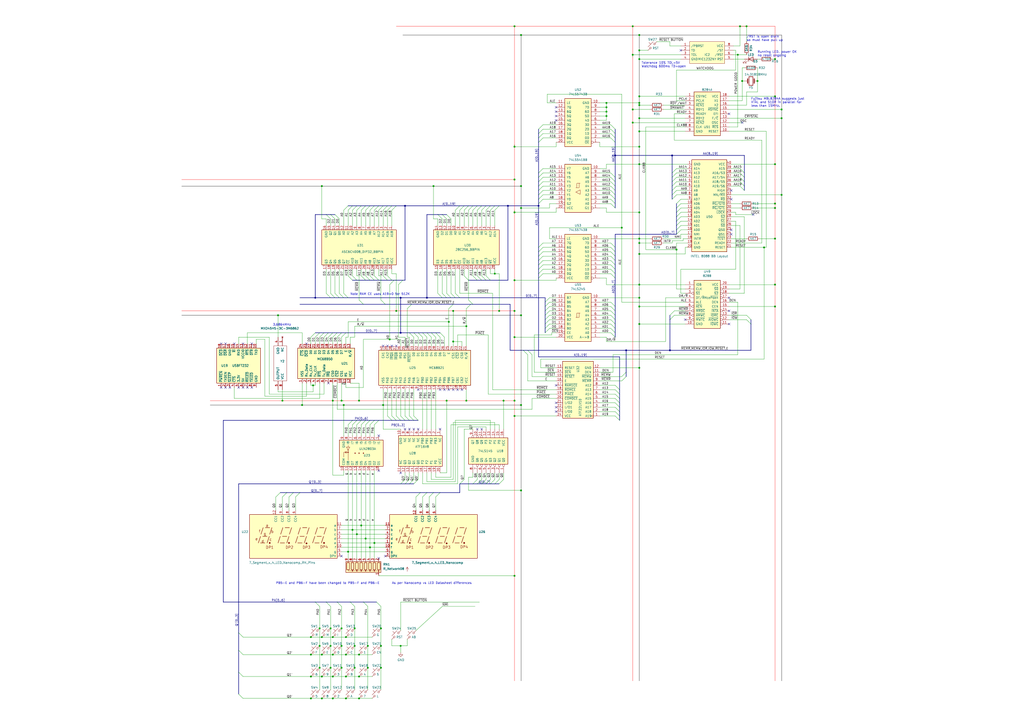
<source format=kicad_sch>
(kicad_sch (version 20230121) (generator eeschema)
  (paper "A2")
  (title_block (title "Nanocomp 8088") (date "2023-12-18") (rev "1") (company "Breadboarding Labs") (comment 1 "Initial CPU, RAM, ROM, Keypad and LED display, Serial Port"))
  (junction (at 212.09 312.42))
  (junction (at 370.84 60.96))
  (junction (at 198.12 387.35))
  (junction (at 298.45 85.09))
  (junction (at 449.58 165.1))
  (junction (at 367.03 15.24))
  (junction (at 367.03 63.5))
  (junction (at 201.93 320.04))
  (junction (at 289.56 180.34))
  (junction (at 449.58 118.11))
  (junction (at 193.04 232.41))
  (junction (at 186.69 392.43))
  (junction (at 208.28 392.43))
  (junction (at 356.87 90.17))
  (junction (at 453.39 63.5))
  (junction (at 186.69 369.57))
  (junction (at 312.42 119.38))
  (junction (at 351.79 62.23))
  (junction (at 370.84 165.1))
  (junction (at 370.84 140.97))
  (junction (at 367.03 71.12))
  (junction (at 370.84 177.8))
  (junction (at 260.35 186.69))
  (junction (at 370.84 59.69))
  (junction (at 351.79 67.31))
  (junction (at 185.42 374.65))
  (junction (at 443.23 143.51))
  (junction (at 388.62 203.2))
  (junction (at 180.34 405.13))
  (junction (at 220.98 387.35))
  (junction (at 429.26 15.24))
  (junction (at 453.39 113.03))
  (junction (at 298.45 195.58))
  (junction (at 185.42 387.35))
  (junction (at 191.77 374.65))
  (junction (at 191.77 364.49))
  (junction (at 259.08 232.41))
  (junction (at 180.34 379.73))
  (junction (at 226.06 196.85))
  (junction (at 182.88 172.72))
  (junction (at 234.95 119.38))
  (junction (at 298.45 180.34))
  (junction (at 302.26 284.48))
  (junction (at 186.69 379.73))
  (junction (at 247.65 172.72))
  (junction (at 198.12 364.49))
  (junction (at 161.29 182.88))
  (junction (at 370.84 213.36))
  (junction (at 370.84 68.58))
  (junction (at 298.45 123.19))
  (junction (at 180.34 392.43))
  (junction (at 302.26 120.65))
  (junction (at 205.74 364.49))
  (junction (at 449.58 138.43))
  (junction (at 389.89 90.17))
  (junction (at 193.04 369.57))
  (junction (at 232.41 374.65))
  (junction (at 302.26 182.88))
  (junction (at 198.12 232.41))
  (junction (at 370.84 95.25))
  (junction (at 207.01 309.88))
  (junction (at 292.1 232.41))
  (junction (at 449.58 55.88))
  (junction (at 262.89 198.12))
  (junction (at 198.12 374.65))
  (junction (at 302.26 234.95))
  (junction (at 370.84 55.88))
  (junction (at 351.79 64.77))
  (junction (at 270.51 189.23))
  (junction (at 392.43 144.78))
  (junction (at 251.46 107.95))
  (junction (at 200.66 379.73))
  (junction (at 370.84 85.09))
  (junction (at 370.84 147.32))
  (junction (at 181.61 223.52))
  (junction (at 200.66 369.57))
  (junction (at 287.02 158.75))
  (junction (at 213.36 387.35))
  (junction (at 208.28 379.73))
  (junction (at 449.58 95.25))
  (junction (at 185.42 364.49))
  (junction (at 193.04 405.13))
  (junction (at 217.17 314.96))
  (junction (at 449.58 34.29))
  (junction (at 191.77 387.35))
  (junction (at 200.66 405.13))
  (junction (at 294.64 119.38))
  (junction (at 439.42 46.99))
  (junction (at 298.45 241.3))
  (junction (at 214.63 317.5))
  (junction (at 363.22 203.2))
  (junction (at 208.28 232.41))
  (junction (at 205.74 374.65))
  (junction (at 370.84 123.19))
  (junction (at 298.45 334.01))
  (junction (at 175.26 234.95))
  (junction (at 208.28 405.13))
  (junction (at 302.26 107.95))
  (junction (at 232.41 172.72))
  (junction (at 370.84 76.2))
  (junction (at 433.07 15.24))
  (junction (at 209.55 304.8))
  (junction (at 220.98 374.65))
  (junction (at 193.04 379.73))
  (junction (at 370.84 29.21))
  (junction (at 298.45 162.56))
  (junction (at 200.66 392.43))
  (junction (at 186.69 107.95))
  (junction (at 449.58 177.8))
  (junction (at 370.84 20.32))
  (junction (at 453.39 68.58))
  (junction (at 370.84 187.96))
  (junction (at 180.34 369.57))
  (junction (at 262.89 180.34))
  (junction (at 205.74 387.35))
  (junction (at 430.53 46.99))
  (junction (at 193.04 392.43))
  (junction (at 222.25 234.95))
  (junction (at 298.45 15.24))
  (junction (at 213.36 374.65))
  (junction (at 370.84 138.43))
  (junction (at 232.41 193.04))
  (junction (at 163.83 232.41))
  (junction (at 229.87 180.34))
  (junction (at 360.68 132.08))
  (junction (at 298.45 232.41))
  (junction (at 270.51 232.41))
  (junction (at 220.98 364.49))
  (junction (at 302.26 20.32))
  (junction (at 204.47 307.34))
  (junction (at 427.99 31.75))
  (junction (at 367.03 31.75))
  (junction (at 370.84 34.29))
  (junction (at 351.79 59.69))
  (junction (at 449.58 120.65))
  (junction (at 199.39 234.95))
  (junction (at 298.45 104.14))
  (junction (at 186.69 405.13))
  (junction (at 370.84 172.72))
  (no_connect (at 128.27 224.79))
  (no_connect (at 424.18 133.35))
  (no_connect (at 232.41 274.32))
  (no_connect (at 422.91 172.72))
  (no_connect (at 436.88 124.46))
  (no_connect (at 422.91 66.04))
  (no_connect (at 322.58 236.22))
  (no_connect (at 276.86 248.92))
  (no_connect (at 322.58 233.68))
  (no_connect (at 322.58 62.23))
  (no_connect (at 424.18 115.57))
  (no_connect (at 140.97 199.39))
  (no_connect (at 234.95 248.92))
  (no_connect (at 430.53 71.12))
  (no_connect (at 130.81 224.79))
  (no_connect (at 424.18 135.89))
  (no_connect (at 237.49 248.92))
  (no_connect (at 279.4 248.92))
  (no_connect (at 146.05 199.39))
  (no_connect (at 146.05 224.79))
  (no_connect (at 227.33 200.66))
  (no_connect (at 229.87 200.66))
  (no_connect (at 322.58 223.52))
  (no_connect (at 133.35 224.79))
  (no_connect (at 140.97 224.79))
  (no_connect (at 322.58 69.85))
  (no_connect (at 322.58 64.77))
  (no_connect (at 219.71 252.73))
  (no_connect (at 394.97 29.21))
  (no_connect (at 267.97 226.06))
  (no_connect (at 265.43 226.06))
  (no_connect (at 257.81 226.06))
  (no_connect (at 260.35 226.06))
  (no_connect (at 255.27 226.06))
  (no_connect (at 242.57 226.06))
  (no_connect (at 222.25 200.66))
  (no_connect (at 224.79 200.66))
  (no_connect (at 130.81 199.39))
  (no_connect (at 255.27 248.92))
  (no_connect (at 240.03 248.92))
  (no_connect (at 422.91 187.96))
  (no_connect (at 223.52 322.58))
  (no_connect (at 138.43 224.79))
  (no_connect (at 322.58 67.31))
  (no_connect (at 135.89 199.39))
  (no_connect (at 219.71 273.05))
  (no_connect (at 177.8 199.39))
  (no_connect (at 128.27 199.39))
  (no_connect (at 242.57 248.92))
  (no_connect (at 397.51 185.42))
  (no_connect (at 143.51 224.79))
  (no_connect (at 262.89 226.06))
  (no_connect (at 322.58 238.76))
  (no_connect (at 219.71 323.85))
  (no_connect (at 422.91 180.34))
  (no_connect (at 190.5 222.25))
  (no_connect (at 424.18 110.49))
  (no_connect (at 198.12 322.58))
  (bus_entry (at 392.43 105.41) (size -2.54 2.54))
  (bus_entry (at 259.08 124.46) (size 2.54 2.54))
  (bus_entry (at 138.43 402.59) (size 2.54 2.54))
  (bus_entry (at 138.43 367.03) (size 2.54 2.54))
  (bus_entry (at 138.43 377.19) (size 2.54 2.54))
  (bus_entry (at 138.43 389.89) (size 2.54 2.54))
  (bus_entry (at 354.33 74.93) (size 2.54 2.54))
  (bus_entry (at 312.42 105.41) (size 2.54 -2.54))
  (bus_entry (at 189.23 124.46) (size 2.54 2.54))
  (bus_entry (at 312.42 151.13) (size 2.54 -2.54))
  (bus_entry (at 312.42 107.95) (size 2.54 -2.54))
  (bus_entry (at 266.7 121.92) (size 2.54 -2.54))
  (bus_entry (at 262.89 176.53) (size -2.54 2.54))
  (bus_entry (at 316.23 175.26) (size 2.54 -2.54))
  (bus_entry (at 207.01 162.56) (size -2.54 -2.54))
  (bus_entry (at 210.82 349.25) (size 2.54 2.54))
  (bus_entry (at 212.09 246.38) (size 2.54 -2.54))
  (bus_entry (at 189.23 349.25) (size 2.54 2.54))
  (bus_entry (at 394.97 128.27) (size -2.54 2.54))
  (bus_entry (at 359.41 233.68) (size -2.54 -2.54))
  (bus_entry (at 224.79 241.3) (size 2.54 2.54))
  (bus_entry (at 227.33 241.3) (size 2.54 2.54))
  (bus_entry (at 229.87 241.3) (size 2.54 2.54))
  (bus_entry (at 232.41 241.3) (size 2.54 2.54))
  (bus_entry (at 234.95 241.3) (size 2.54 2.54))
  (bus_entry (at 237.49 241.3) (size 2.54 2.54))
  (bus_entry (at 240.03 241.3) (size 2.54 2.54))
  (bus_entry (at 388.62 185.42) (size 2.54 -2.54))
  (bus_entry (at 312.42 77.47) (size 2.54 -2.54))
  (bus_entry (at 354.33 193.04) (size 2.54 2.54))
  (bus_entry (at 281.94 119.38) (size -2.54 2.54))
  (bus_entry (at 217.17 119.38) (size -2.54 2.54))
  (bus_entry (at 287.02 119.38) (size -2.54 2.54))
  (bus_entry (at 191.77 124.46) (size 2.54 2.54))
  (bus_entry (at 214.63 119.38) (size -2.54 2.54))
  (bus_entry (at 279.4 162.56) (size -2.54 -2.54))
  (bus_entry (at 354.33 187.96) (size 2.54 2.54))
  (bus_entry (at 354.33 107.95) (size 2.54 2.54))
  (bus_entry (at 312.42 115.57) (size 2.54 -2.54))
  (bus_entry (at 199.39 121.92) (size 2.54 -2.54))
  (bus_entry (at 219.71 119.38) (size -2.54 2.54))
  (bus_entry (at 354.33 156.21) (size 2.54 2.54))
  (bus_entry (at 359.41 228.6) (size -2.54 -2.54))
  (bus_entry (at 312.42 148.59) (size 2.54 -2.54))
  (bus_entry (at 224.79 119.38) (size -2.54 2.54))
  (bus_entry (at 359.41 236.22) (size -2.54 -2.54))
  (bus_entry (at 212.09 119.38) (size -2.54 2.54))
  (bus_entry (at 219.71 162.56) (size -2.54 -2.54))
  (bus_entry (at 312.42 118.11) (size 2.54 -2.54))
  (bus_entry (at 312.42 158.75) (size 2.54 -2.54))
  (bus_entry (at 359.41 238.76) (size -2.54 -2.54))
  (bus_entry (at 316.23 177.8) (size 2.54 -2.54))
  (bus_entry (at 392.43 110.49) (size -2.54 2.54))
  (bus_entry (at 312.42 156.21) (size 2.54 -2.54))
  (bus_entry (at 354.33 177.8) (size 2.54 2.54))
  (bus_entry (at 264.16 170.18) (size 2.54 2.54))
  (bus_entry (at 394.97 118.11) (size -2.54 2.54))
  (bus_entry (at 182.88 195.58) (size 2.54 -2.54))
  (bus_entry (at 289.56 119.38) (size -2.54 2.54))
  (bus_entry (at 271.78 162.56) (size -2.54 -2.54))
  (bus_entry (at 220.98 173.99) (size 2.54 2.54))
  (bus_entry (at 229.87 119.38) (size -2.54 2.54))
  (bus_entry (at 306.07 203.2) (size 2.54 2.54))
  (bus_entry (at 303.53 203.2) (size 2.54 2.54))
  (bus_entry (at 354.33 182.88) (size 2.54 2.54))
  (bus_entry (at 354.33 153.67) (size 2.54 2.54))
  (bus_entry (at 227.33 119.38) (size -2.54 2.54))
  (bus_entry (at 354.33 148.59) (size 2.54 2.54))
  (bus_entry (at 208.28 173.99) (size 2.54 2.54))
  (bus_entry (at 203.2 349.25) (size 2.54 2.54))
  (bus_entry (at 354.33 118.11) (size 2.54 2.54))
  (bus_entry (at 354.33 80.01) (size 2.54 2.54))
  (bus_entry (at 312.42 102.87) (size 2.54 -2.54))
  (bus_entry (at 198.12 195.58) (size 2.54 -2.54))
  (bus_entry (at 224.79 162.56) (size -2.54 -2.54))
  (bus_entry (at 316.23 185.42) (size 2.54 -2.54))
  (bus_entry (at 190.5 195.58) (size 2.54 -2.54))
  (bus_entry (at 240.03 278.13) (size -2.54 2.54))
  (bus_entry (at 312.42 74.93) (size 2.54 -2.54))
  (bus_entry (at 209.55 119.38) (size -2.54 2.54))
  (bus_entry (at 207.01 119.38) (size -2.54 2.54))
  (bus_entry (at 312.42 153.67) (size 2.54 -2.54))
  (bus_entry (at 394.97 133.35) (size -2.54 2.54))
  (bus_entry (at 316.23 190.5) (size 2.54 -2.54))
  (bus_entry (at 227.33 162.56) (size -2.54 -2.54))
  (bus_entry (at 231.14 165.1) (size 2.54 -2.54))
  (bus_entry (at 256.54 124.46) (size 2.54 2.54))
  (bus_entry (at 256.54 170.18) (size 2.54 2.54))
  (bus_entry (at 359.41 241.3) (size -2.54 -2.54))
  (bus_entry (at 354.33 151.13) (size 2.54 2.54))
  (bus_entry (at 354.33 146.05) (size 2.54 2.54))
  (bus_entry (at 354.33 110.49) (size 2.54 2.54))
  (bus_entry (at 284.48 162.56) (size -2.54 -2.54))
  (bus_entry (at 252.73 288.29) (size 2.54 -2.54))
  (bus_entry (at 392.43 113.03) (size -2.54 2.54))
  (bus_entry (at 187.96 195.58) (size 2.54 -2.54))
  (bus_entry (at 199.39 170.18) (size 2.54 2.54))
  (bus_entry (at 394.97 125.73) (size -2.54 2.54))
  (bus_entry (at 160.02 288.29) (size 2.54 -2.54))
  (bus_entry (at 171.45 288.29) (size 2.54 -2.54))
  (bus_entry (at 163.83 288.29) (size 2.54 -2.54))
  (bus_entry (at 167.64 288.29) (size 2.54 -2.54))
  (bus_entry (at 241.3 288.29) (size 2.54 -2.54))
  (bus_entry (at 245.11 288.29) (size 2.54 -2.54))
  (bus_entry (at 196.85 170.18) (size 2.54 2.54))
  (bus_entry (at 312.42 161.29) (size 2.54 -2.54))
  (bus_entry (at 354.33 185.42) (size 2.54 2.54))
  (bus_entry (at 359.41 226.06) (size -2.54 -2.54))
  (bus_entry (at 248.92 288.29) (size 2.54 -2.54))
  (bus_entry (at 212.09 162.56) (size -2.54 -2.54))
  (bus_entry (at 209.55 246.38) (size 2.54 -2.54))
  (bus_entry (at 429.26 100.33) (size 2.54 2.54))
  (bus_entry (at 237.49 278.13) (size -2.54 2.54))
  (bus_entry (at 273.05 176.53) (size -2.54 2.54))
  (bus_entry (at 195.58 349.25) (size 2.54 2.54))
  (bus_entry (at 392.43 97.79) (size -2.54 2.54))
  (bus_entry (at 271.78 173.99) (size 2.54 2.54))
  (bus_entry (at 392.43 107.95) (size -2.54 2.54))
  (bus_entry (at 259.08 170.18) (size 2.54 2.54))
  (bus_entry (at 429.26 102.87) (size 2.54 2.54))
  (bus_entry (at 359.41 231.14) (size -2.54 -2.54))
  (bus_entry (at 433.07 185.42) (size 2.54 2.54))
  (bus_entry (at 217.17 162.56) (size -2.54 -2.54))
  (bus_entry (at 354.33 102.87) (size 2.54 2.54))
  (bus_entry (at 429.26 97.79) (size 2.54 2.54))
  (bus_entry (at 214.63 162.56) (size -2.54 -2.54))
  (bus_entry (at 394.97 123.19) (size -2.54 2.54))
  (bus_entry (at 261.62 170.18) (size 2.54 2.54))
  (bus_entry (at 316.23 193.04) (size 2.54 -2.54))
  (bus_entry (at 354.33 105.41) (size 2.54 2.54))
  (bus_entry (at 292.1 278.13) (size -2.54 2.54))
  (bus_entry (at 289.56 278.13) (size -2.54 2.54))
  (bus_entry (at 276.86 278.13) (size -2.54 2.54))
  (bus_entry (at 279.4 278.13) (size -2.54 2.54))
  (bus_entry (at 287.02 278.13) (size -2.54 2.54))
  (bus_entry (at 284.48 278.13) (size -2.54 2.54))
  (bus_entry (at 281.94 278.13) (size -2.54 2.54))
  (bus_entry (at 354.33 77.47) (size 2.54 2.54))
  (bus_entry (at 191.77 170.18) (size 2.54 2.54))
  (bus_entry (at 429.26 107.95) (size 2.54 2.54))
  (bus_entry (at 204.47 162.56) (size -2.54 -2.54))
  (bus_entry (at 204.47 246.38) (size 2.54 -2.54))
  (bus_entry (at 182.88 349.25) (size 2.54 2.54))
  (bus_entry (at 354.33 140.97) (size 2.54 2.54))
  (bus_entry (at 254 170.18) (size 2.54 2.54))
  (bus_entry (at 312.42 146.05) (size 2.54 -2.54))
  (bus_entry (at 359.41 243.84) (size -2.54 -2.54))
  (bus_entry (at 254 124.46) (size 2.54 2.54))
  (bus_entry (at 354.33 158.75) (size 2.54 2.54))
  (bus_entry (at 201.93 121.92) (size 2.54 -2.54))
  (bus_entry (at 354.33 180.34) (size 2.54 2.54))
  (bus_entry (at 185.42 195.58) (size 2.54 -2.54))
  (bus_entry (at 354.33 113.03) (size 2.54 2.54))
  (bus_entry (at 195.58 195.58) (size 2.54 -2.54))
  (bus_entry (at 388.62 182.88) (size 2.54 -2.54))
  (bus_entry (at 354.33 143.51) (size 2.54 2.54))
  (bus_entry (at 217.17 246.38) (size 2.54 -2.54))
  (bus_entry (at 354.33 175.26) (size 2.54 2.54))
  (bus_entry (at 234.95 278.13) (size -2.54 2.54))
  (bus_entry (at 354.33 100.33) (size 2.54 2.54))
  (bus_entry (at 238.76 176.53) (size -2.54 2.54))
  (bus_entry (at 226.06 165.1) (size 2.54 -2.54))
  (bus_entry (at 363.22 218.44) (size -2.54 2.54))
  (bus_entry (at 392.43 102.87) (size -2.54 2.54))
  (bus_entry (at 354.33 72.39) (size 2.54 2.54))
  (bus_entry (at 222.25 119.38) (size -2.54 2.54))
  (bus_entry (at 284.48 119.38) (size -2.54 2.54))
  (bus_entry (at 274.32 119.38) (size -2.54 2.54))
  (bus_entry (at 312.42 113.03) (size 2.54 -2.54))
  (bus_entry (at 312.42 110.49) (size 2.54 -2.54))
  (bus_entry (at 394.97 120.65) (size -2.54 2.54))
  (bus_entry (at 392.43 100.33) (size -2.54 2.54))
  (bus_entry (at 316.23 180.34) (size 2.54 -2.54))
  (bus_entry (at 354.33 115.57) (size 2.54 2.54))
  (bus_entry (at 180.34 195.58) (size 2.54 -2.54))
  (bus_entry (at 194.31 124.46) (size 2.54 2.54))
  (bus_entry (at 279.4 119.38) (size -2.54 2.54))
  (bus_entry (at 207.01 246.38) (size 2.54 -2.54))
  (bus_entry (at 271.78 119.38) (size -2.54 2.54))
  (bus_entry (at 354.33 190.5) (size 2.54 2.54))
  (bus_entry (at 429.26 105.41) (size 2.54 2.54))
  (bus_entry (at 281.94 162.56) (size -2.54 -2.54))
  (bus_entry (at 433.07 182.88) (size 2.54 2.54))
  (bus_entry (at 194.31 170.18) (size 2.54 2.54))
  (bus_entry (at 312.42 143.51) (size 2.54 -2.54))
  (bus_entry (at 266.7 280.67) (size 2.54 -2.54))
  (bus_entry (at 218.44 349.25) (size 2.54 2.54))
  (bus_entry (at 394.97 130.81) (size -2.54 2.54))
  (bus_entry (at 214.63 246.38) (size 2.54 -2.54))
  (bus_entry (at 264.16 121.92) (size 2.54 -2.54))
  (bus_entry (at 276.86 119.38) (size -2.54 2.54))
  (bus_entry (at 363.22 215.9) (size -2.54 2.54))
  (bus_entry (at 242.57 278.13) (size -2.54 2.54))
  (bus_entry (at 189.23 170.18) (size 2.54 2.54))
  (bus_entry (at 312.42 82.55) (size 2.54 -2.54))
  (bus_entry (at 276.86 162.56) (size -2.54 -2.54))
  (bus_entry (at 201.93 246.38) (size 2.54 -2.54))
  (bus_entry (at 316.23 187.96) (size 2.54 -2.54))
  (bus_entry (at 312.42 100.33) (size 2.54 -2.54))
  (bus_entry (at 312.42 80.01) (size 2.54 -2.54))
  (bus_entry (at 193.04 195.58) (size 2.54 -2.54))
  (bus_entry (at 240.03 195.58) (size -2.54 -2.54))
  (bus_entry (at 245.11 195.58) (size -2.54 -2.54))
  (bus_entry (at 242.57 195.58) (size -2.54 -2.54))
  (bus_entry (at 247.65 195.58) (size -2.54 -2.54))
  (bus_entry (at 250.19 195.58) (size -2.54 -2.54))
  (bus_entry (at 252.73 195.58) (size -2.54 -2.54))
  (bus_entry (at 255.27 195.58) (size -2.54 -2.54))
  (bus_entry (at 257.81 195.58) (size -2.54 -2.54))
  (bus_entry (at 316.23 182.88) (size 2.54 -2.54))
  (bus_entry (at 394.97 115.57) (size -2.54 2.54))
  (wire (pts (xy 262.89 278.13) (xy 250.19 278.13)))
  (bus (pts (xy 195.58 193.04) (xy 198.12 193.04)))
  (wire (pts (xy 391.16 182.88) (xy 397.51 182.88)))
  (wire (pts (xy 212.09 246.38) (xy 212.09 252.73)))
  (bus (pts (xy 204.47 243.84) (xy 207.01 243.84)))
  (wire (pts (xy 429.26 130.81) (xy 429.26 167.64)))
  (wire (pts (xy 386.08 172.72) (xy 386.08 198.12)))
  (bus (pts (xy 191.77 124.46) (xy 194.31 124.46)))
  (wire (pts (xy 204.47 160.02) (xy 204.47 156.21)))
  (wire (pts (xy 135.89 231.14) (xy 185.42 231.14)))
  (wire (pts (xy 287.02 248.92) (xy 287.02 245.11)))
  (wire (pts (xy 217.17 314.96) (xy 217.17 323.85)))
  (wire (pts (xy 347.98 102.87) (xy 354.33 102.87)))
  (wire (pts (xy 289.56 274.32) (xy 289.56 278.13)))
  (wire (pts (xy 422.91 170.18) (xy 431.8 170.18)))
  (wire (pts (xy 370.84 138.43) (xy 370.84 140.97)) (stroke (width 0) (color 0 0 0 1)))
  (wire (pts (xy 138.43 195.58) (xy 138.43 199.39)))
  (wire (pts (xy 193.04 232.41) (xy 198.12 232.41)) (stroke (width 0) (color 255 0 0 1)))
  (bus (pts (xy 182.88 172.72) (xy 191.77 172.72)))
  (wire (pts (xy 201.93 320.04) (xy 201.93 323.85)))
  (wire (pts (xy 232.41 374.65) (xy 232.41 378.46)))
  (wire (pts (xy 322.58 138.43) (xy 318.77 138.43)))
  (wire (pts (xy 314.96 143.51) (xy 322.58 143.51)))
  (bus (pts (xy 359.41 241.3) (xy 359.41 243.84)))
  (wire (pts (xy 210.82 224.79) (xy 200.66 224.79)))
  (wire (pts (xy 370.84 76.2) (xy 370.84 85.09)) (stroke (width 0) (color 0 0 0 1)))
  (bus (pts (xy 214.63 243.84) (xy 217.17 243.84)))
  (wire (pts (xy 167.64 288.29) (xy 167.64 295.91)))
  (wire (pts (xy 439.42 53.34) (xy 439.42 46.99)))
  (bus (pts (xy 312.42 107.95) (xy 312.42 110.49)))
  (wire (pts (xy 254 130.81) (xy 254 127)))
  (wire (pts (xy 347.98 62.23) (xy 351.79 62.23)))
  (wire (pts (xy 226.06 165.1) (xy 226.06 196.85)))
  (wire (pts (xy 298.45 195.58) (xy 322.58 195.58)))
  (bus (pts (xy 237.49 243.84) (xy 240.03 243.84)))
  (bus (pts (xy 234.95 280.67) (xy 232.41 280.67)))
  (wire (pts (xy 394.97 133.35) (xy 398.78 133.35)))
  (wire (pts (xy 236.22 370.84) (xy 236.22 374.65)))
  (wire (pts (xy 256.54 351.79) (xy 241.3 365.76)))
  (bus (pts (xy 392.43 130.81) (xy 392.43 133.35)))
  (wire (pts (xy 370.84 147.32) (xy 397.51 147.32)))
  (wire (pts (xy 193.04 195.58) (xy 193.04 199.39)))
  (bus (pts (xy 232.41 172.72) (xy 232.41 193.04)))
  (wire (pts (xy 252.73 226.06) (xy 252.73 248.92)))
  (wire (pts (xy 302.26 20.32) (xy 302.26 107.95)) (stroke (width 0) (color 0 0 0 1)))
  (wire (pts (xy 213.36 351.79) (xy 213.36 374.65)))
  (wire (pts (xy 205.74 387.35) (xy 205.74 400.05)))
  (wire (pts (xy 261.62 127) (xy 261.62 130.81)))
  (wire (pts (xy 347.98 64.77) (xy 351.79 64.77)))
  (wire (pts (xy 392.43 107.95) (xy 398.78 107.95)))
  (wire (pts (xy 347.98 85.09) (xy 370.84 85.09)))
  (bus (pts (xy 303.53 203.2) (xy 306.07 203.2)))
  (bus (pts (xy 189.23 349.25) (xy 182.88 349.25)))
  (wire (pts (xy 302.26 20.32) (xy 370.84 20.32)) (stroke (width 0) (color 0 0 0 1)))
  (bus (pts (xy 250.19 193.04) (xy 247.65 193.04)))
  (wire (pts (xy 232.41 248.92) (xy 222.25 248.92)))
  (wire (pts (xy 351.79 97.79) (xy 351.79 95.25)))
  (bus (pts (xy 219.71 119.38) (xy 222.25 119.38)))
  (bus (pts (xy 312.42 148.59) (xy 312.42 151.13)))
  (wire (pts (xy 422.91 165.1) (xy 449.58 165.1)))
  (bus (pts (xy 281.94 119.38) (xy 284.48 119.38)))
  (wire (pts (xy 347.98 100.33) (xy 354.33 100.33)))
  (wire (pts (xy 370.84 68.58) (xy 370.84 76.2)) (stroke (width 0) (color 0 0 0 1)))
  (wire (pts (xy 229.87 226.06) (xy 229.87 241.3)))
  (wire (pts (xy 314.96 156.21) (xy 322.58 156.21)))
  (wire (pts (xy 187.96 228.6) (xy 156.21 228.6)))
  (bus (pts (xy 266.7 280.67) (xy 266.7 285.75)))
  (wire (pts (xy 370.84 68.58) (xy 397.51 68.58)))
  (wire (pts (xy 384.81 140.97) (xy 389.89 140.97)))
  (wire (pts (xy 203.2 222.25) (xy 208.28 222.25)))
  (wire (pts (xy 351.79 123.19) (xy 370.84 123.19)))
  (wire (pts (xy 449.58 15.24) (xy 449.58 34.29)) (stroke (width 0) (color 255 0 0 1)))
  (wire (pts (xy 318.77 132.08) (xy 360.68 132.08)))
  (wire (pts (xy 265.43 280.67) (xy 265.43 247.65)))
  (wire (pts (xy 204.47 121.92) (xy 204.47 130.81)))
  (wire (pts (xy 269.24 160.02) (xy 269.24 156.21)))
  (wire (pts (xy 180.34 195.58) (xy 180.34 199.39)))
  (wire (pts (xy 182.88 223.52) (xy 181.61 223.52)))
  (wire (pts (xy 160.02 288.29) (xy 160.02 295.91)))
  (wire (pts (xy 205.74 374.65) (xy 205.74 387.35)))
  (bus (pts (xy 284.48 119.38) (xy 287.02 119.38)))
  (wire (pts (xy 292.1 274.32) (xy 292.1 278.13)))
  (wire (pts (xy 370.84 20.32) (xy 370.84 29.21)) (stroke (width 0) (color 0 0 0 1)))
  (wire (pts (xy 374.65 73.66) (xy 374.65 144.78)))
  (wire (pts (xy 231.14 195.58) (xy 234.95 195.58)))
  (wire (pts (xy 279.4 121.92) (xy 279.4 130.81)))
  (wire (pts (xy 213.36 374.65) (xy 213.36 387.35)))
  (bus (pts (xy 392.43 128.27) (xy 392.43 130.81)))
  (bus (pts (xy 173.99 176.53) (xy 210.82 176.53)))
  (bus (pts (xy 194.31 172.72) (xy 196.85 172.72)))
  (bus (pts (xy 223.52 176.53) (xy 238.76 176.53)))
  (wire (pts (xy 219.71 160.02) (xy 220.98 160.02)))
  (bus (pts (xy 252.73 193.04) (xy 250.19 193.04)))
  (wire (pts (xy 250.19 200.66) (xy 250.19 195.58)))
  (bus (pts (xy 389.89 100.33) (xy 389.89 102.87)))
  (wire (pts (xy 269.24 121.92) (xy 269.24 130.81)))
  (bus (pts (xy 363.22 215.9) (xy 363.22 203.2)))
  (wire (pts (xy 374.65 144.78) (xy 392.43 144.78)))
  (bus (pts (xy 356.87 110.49) (xy 356.87 113.03)))
  (bus (pts (xy 138.43 377.19) (xy 138.43 389.89)))
  (wire (pts (xy 347.98 97.79) (xy 351.79 97.79)))
  (wire (pts (xy 318.77 187.96) (xy 322.58 187.96)))
  (wire (pts (xy 426.72 128.27) (xy 426.72 156.21)))
  (wire (pts (xy 193.04 392.43) (xy 200.66 392.43)))
  (wire (pts (xy 270.51 179.07) (xy 270.51 189.23)))
  (bus (pts (xy 312.42 82.55) (xy 312.42 100.33)))
  (bus (pts (xy 356.87 105.41) (xy 356.87 107.95)))
  (bus (pts (xy 196.85 172.72) (xy 199.39 172.72)))
  (wire (pts (xy 394.97 156.21) (xy 426.72 156.21)))
  (bus (pts (xy 242.57 193.04) (xy 240.03 193.04)))
  (wire (pts (xy 347.98 110.49) (xy 354.33 110.49)))
  (wire (pts (xy 441.96 81.28) (xy 441.96 140.97)))
  (wire (pts (xy 284.48 243.84) (xy 284.48 248.92)))
  (wire (pts (xy 254 156.21) (xy 254 170.18)))
  (wire (pts (xy 140.97 369.57) (xy 180.34 369.57)))
  (bus (pts (xy 356.87 82.55) (xy 356.87 90.17)))
  (bus (pts (xy 262.89 176.53) (xy 273.05 176.53)))
  (wire (pts (xy 424.18 118.11) (xy 429.26 118.11)))
  (wire (pts (xy 370.84 177.8) (xy 397.51 177.8)))
  (wire (pts (xy 274.32 121.92) (xy 274.32 130.81)))
  (wire (pts (xy 200.66 195.58) (xy 200.66 199.39)))
  (wire (pts (xy 381 24.13) (xy 388.62 24.13)))
  (wire (pts (xy 198.12 317.5) (xy 214.63 317.5)))
  (bus (pts (xy 212.09 162.56) (xy 214.63 162.56)))
  (wire (pts (xy 212.09 273.05) (xy 212.09 312.42)))
  (wire (pts (xy 424.18 113.03) (xy 453.39 113.03)))
  (wire (pts (xy 314.96 107.95) (xy 322.58 107.95)))
  (wire (pts (xy 347.98 74.93) (xy 354.33 74.93)))
  (wire (pts (xy 177.8 229.87) (xy 153.67 229.87)))
  (wire (pts (xy 392.43 105.41) (xy 398.78 105.41)))
  (wire (pts (xy 236.22 374.65) (xy 232.41 374.65)))
  (wire (pts (xy 242.57 200.66) (xy 242.57 195.58)))
  (wire (pts (xy 279.4 274.32) (xy 279.4 278.13)))
  (wire (pts (xy 370.84 55.88) (xy 397.51 55.88)))
  (bus (pts (xy 228.6 162.56) (xy 233.68 162.56)))
  (wire (pts (xy 186.69 107.95) (xy 186.69 127)))
  (bus (pts (xy 219.71 162.56) (xy 224.79 162.56)))
  (wire (pts (xy 163.83 232.41) (xy 193.04 232.41)) (stroke (width 0) (color 255 0 0 1)))
  (wire (pts (xy 191.77 351.79) (xy 191.77 364.49)))
  (wire (pts (xy 439.42 34.29) (xy 440.69 34.29)))
  (wire (pts (xy 298.45 162.56) (xy 298.45 180.34)) (stroke (width 0) (color 255 0 0 1)))
  (wire (pts (xy 250.19 278.13) (xy 250.19 274.32)))
  (bus (pts (xy 222.25 119.38) (xy 224.79 119.38)))
  (wire (pts (xy 217.17 314.96) (xy 223.52 314.96)))
  (wire (pts (xy 261.62 276.86) (xy 261.62 246.38)))
  (wire (pts (xy 347.98 215.9) (xy 355.6 215.9)))
  (wire (pts (xy 204.47 307.34) (xy 204.47 323.85)))
  (bus (pts (xy 234.95 243.84) (xy 237.49 243.84)))
  (wire (pts (xy 313.69 208.28) (xy 443.23 208.28)))
  (wire (pts (xy 322.58 59.69) (xy 317.5 59.69)))
  (wire (pts (xy 422.91 60.96) (xy 433.07 60.96)))
  (wire (pts (xy 219.71 156.21) (xy 219.71 160.02)))
  (wire (pts (xy 200.66 222.25) (xy 200.66 224.79)))
  (wire (pts (xy 322.58 120.65) (xy 322.58 123.19)))
  (bus (pts (xy 287.02 119.38) (xy 289.56 119.38)))
  (bus (pts (xy 162.56 285.75) (xy 166.37 285.75)))
  (wire (pts (xy 347.98 120.65) (xy 351.79 120.65)))
  (wire (pts (xy 189.23 130.81) (xy 189.23 127)))
  (bus (pts (xy 190.5 193.04) (xy 193.04 193.04)))
  (bus (pts (xy 356.87 151.13) (xy 356.87 153.67)))
  (wire (pts (xy 199.39 156.21) (xy 199.39 170.18)))
  (wire (pts (xy 201.93 121.92) (xy 201.93 130.81)))
  (bus (pts (xy 359.41 231.14) (xy 359.41 233.68)))
  (wire (pts (xy 287.02 158.75) (xy 289.56 158.75)))
  (wire (pts (xy 424.18 100.33) (xy 429.26 100.33)))
  (wire (pts (xy 448.31 34.29) (xy 449.58 34.29)))
  (bus (pts (xy 356.87 146.05) (xy 356.87 148.59)))
  (bus (pts (xy 356.87 190.5) (xy 356.87 193.04)))
  (bus (pts (xy 389.89 113.03) (xy 389.89 115.57)))
  (bus (pts (xy 199.39 172.72) (xy 201.93 172.72)))
  (wire (pts (xy 314.96 153.67) (xy 322.58 153.67)))
  (wire (pts (xy 198.12 374.65) (xy 198.12 387.35)))
  (wire (pts (xy 392.43 102.87) (xy 398.78 102.87)))
  (wire (pts (xy 298.45 123.19) (xy 322.58 123.19)))
  (wire (pts (xy 429.26 15.24) (xy 429.26 26.67)))
  (wire (pts (xy 309.88 194.31) (xy 309.88 215.9)))
  (wire (pts (xy 259.08 232.41) (xy 259.08 274.32)))
  (wire (pts (xy 351.79 59.69) (xy 351.79 62.23)))
  (bus (pts (xy 240.03 193.04) (xy 237.49 193.04)))
  (wire (pts (xy 185.42 374.65) (xy 185.42 364.49)))
  (bus (pts (xy 356.87 135.89) (xy 356.87 143.51)))
  (wire (pts (xy 182.88 222.25) (xy 182.88 223.52)))
  (wire (pts (xy 433.07 15.24) (xy 449.58 15.24)) (stroke (width 0) (color 255 0 0 1)))
  (wire (pts (xy 193.04 405.13) (xy 200.66 405.13)))
  (wire (pts (xy 219.71 334.01) (xy 298.45 334.01)))
  (wire (pts (xy 237.49 200.66) (xy 237.49 195.58)))
  (wire (pts (xy 245.11 274.32) (xy 245.11 280.67)))
  (bus (pts (xy 129.54 243.84) (xy 204.47 243.84)))
  (wire (pts (xy 370.84 95.25) (xy 398.78 95.25)))
  (wire (pts (xy 191.77 400.05) (xy 191.77 387.35)))
  (wire (pts (xy 284.48 158.75) (xy 287.02 158.75)))
  (wire (pts (xy 232.41 374.65) (xy 227.33 374.65)))
  (wire (pts (xy 351.79 120.65) (xy 351.79 123.19)))
  (wire (pts (xy 181.61 223.52) (xy 180.34 223.52)))
  (wire (pts (xy 322.58 226.06) (xy 285.75 226.06)))
  (wire (pts (xy 210.82 196.85) (xy 210.82 224.79)))
  (wire (pts (xy 429.26 15.24) (xy 433.07 15.24)))
  (wire (pts (xy 351.79 95.25) (xy 370.84 95.25)))
  (bus (pts (xy 276.86 280.67) (xy 274.32 280.67)))
  (wire (pts (xy 347.98 146.05) (xy 354.33 146.05)))
  (wire (pts (xy 274.32 160.02) (xy 274.32 156.21)))
  (wire (pts (xy 199.39 273.05) (xy 199.39 275.59)))
  (wire (pts (xy 440.69 138.43) (xy 449.58 138.43)))
  (wire (pts (xy 298.45 85.09) (xy 298.45 83.82)))
  (wire (pts (xy 314.96 151.13) (xy 322.58 151.13)))
  (wire (pts (xy 252.73 288.29) (xy 252.73 295.91)))
  (bus (pts (xy 255.27 285.75) (xy 266.7 285.75)))
  (bus (pts (xy 431.8 107.95) (xy 431.8 105.41)))
  (wire (pts (xy 181.61 223.52) (xy 181.61 227.33)))
  (wire (pts (xy 163.83 226.06) (xy 163.83 232.41)))
  (wire (pts (xy 283.21 194.31) (xy 265.43 194.31)))
  (wire (pts (xy 370.84 29.21) (xy 370.84 34.29)) (stroke (width 0) (color 0 0 0 1)))
  (wire (pts (xy 287.02 156.21) (xy 287.02 158.75)))
  (wire (pts (xy 298.45 104.14) (xy 298.45 123.19)) (stroke (width 0) (color 255 0 0 1)))
  (wire (pts (xy 347.98 82.55) (xy 347.98 85.09)))
  (wire (pts (xy 370.84 177.8) (xy 370.84 187.96)) (stroke (width 0) (color 0 0 0 1)))
  (wire (pts (xy 289.56 158.75) (xy 289.56 179.07)))
  (wire (pts (xy 204.47 307.34) (xy 223.52 307.34)))
  (bus (pts (xy 185.42 193.04) (xy 187.96 193.04)))
  (wire (pts (xy 356.87 231.14) (xy 347.98 231.14)))
  (wire (pts (xy 318.77 132.08) (xy 318.77 138.43)))
  (bus (pts (xy 295.91 203.2) (xy 303.53 203.2)))
  (wire (pts (xy 318.77 177.8) (xy 322.58 177.8)))
  (wire (pts (xy 360.68 175.26) (xy 397.51 175.26)))
  (bus (pts (xy 312.42 100.33) (xy 312.42 102.87)))
  (wire (pts (xy 394.97 138.43) (xy 384.81 138.43)))
  (wire (pts (xy 161.29 226.06) (xy 161.29 227.33)))
  (wire (pts (xy 431.8 170.18) (xy 431.8 125.73)))
  (wire (pts (xy 422.91 73.66) (xy 427.99 73.66)))
  (wire (pts (xy 298.45 162.56) (xy 322.58 162.56)))
  (wire (pts (xy 156.21 195.58) (xy 138.43 195.58)))
  (wire (pts (xy 367.03 71.12) (xy 397.51 71.12)))
  (bus (pts (xy 356.87 107.95) (xy 356.87 110.49)))
  (bus (pts (xy 219.71 243.84) (xy 227.33 243.84)))
  (wire (pts (xy 262.89 245.11) (xy 262.89 278.13)))
  (wire (pts (xy 313.69 208.28) (xy 313.69 213.36)))
  (wire (pts (xy 314.96 72.39) (xy 322.58 72.39)))
  (bus (pts (xy 227.33 243.84) (xy 229.87 243.84)))
  (wire (pts (xy 287.02 274.32) (xy 287.02 278.13)))
  (bus (pts (xy 316.23 177.8) (xy 316.23 180.34)))
  (bus (pts (xy 435.61 187.96) (xy 435.61 203.2)))
  (bus (pts (xy 193.04 193.04) (xy 195.58 193.04)))
  (wire (pts (xy 298.45 15.24) (xy 367.03 15.24)) (stroke (width 0) (color 255 0 0 1)))
  (wire (pts (xy 274.32 248.92) (xy 269.24 248.92)))
  (bus (pts (xy 284.48 280.67) (xy 281.94 280.67)))
  (wire (pts (xy 370.84 20.32) (xy 453.39 20.32)) (stroke (width 0) (color 0 0 0 1)))
  (bus (pts (xy 279.4 280.67) (xy 276.86 280.67)))
  (bus (pts (xy 271.78 119.38) (xy 274.32 119.38)))
  (wire (pts (xy 443.23 143.51) (xy 443.23 208.28)))
  (wire (pts (xy 208.28 232.41) (xy 259.08 232.41)) (stroke (width 0) (color 255 0 0 1)))
  (wire (pts (xy 270.51 226.06) (xy 270.51 232.41)))
  (bus (pts (xy 227.33 119.38) (xy 229.87 119.38)))
  (bus (pts (xy 431.8 110.49) (xy 431.8 107.95)))
  (wire (pts (xy 397.51 66.04) (xy 391.16 66.04)))
  (wire (pts (xy 198.12 232.41) (xy 199.39 232.41)))
  (bus (pts (xy 229.87 119.38) (xy 234.95 119.38)))
  (wire (pts (xy 229.87 158.75) (xy 229.87 179.07)))
  (wire (pts (xy 292.1 232.41) (xy 298.45 232.41)) (stroke (width 0) (color 255 0 0 1)))
  (wire (pts (xy 193.04 369.57) (xy 200.66 369.57)))
  (bus (pts (xy 356.87 182.88) (xy 356.87 185.42)))
  (wire (pts (xy 193.04 222.25) (xy 193.04 232.41)))
  (wire (pts (xy 240.03 274.32) (xy 240.03 278.13)))
  (wire (pts (xy 233.68 20.32) (xy 302.26 20.32)) (stroke (width 0) (color 0 0 0 1)))
  (bus (pts (xy 359.41 233.68) (xy 359.41 236.22)))
  (wire (pts (xy 422.91 71.12) (xy 430.53 71.12)))
  (wire (pts (xy 347.98 67.31) (xy 351.79 67.31)))
  (bus (pts (xy 312.42 115.57) (xy 312.42 118.11)))
  (wire (pts (xy 422.91 175.26) (xy 427.99 175.26)))
  (wire (pts (xy 424.18 138.43) (xy 433.07 138.43)))
  (wire (pts (xy 180.34 405.13) (xy 186.69 405.13)))
  (wire (pts (xy 396.24 139.7) (xy 389.89 139.7)))
  (wire (pts (xy 425.45 34.29) (xy 431.8 34.29)))
  (bus (pts (xy 312.42 74.93) (xy 312.42 77.47)))
  (wire (pts (xy 429.26 167.64) (xy 422.91 167.64)))
  (bus (pts (xy 312.42 153.67) (xy 312.42 156.21)))
  (wire (pts (xy 208.28 405.13) (xy 215.9 405.13)))
  (wire (pts (xy 203.2 195.58) (xy 205.74 195.58)))
  (bus (pts (xy 294.64 119.38) (xy 312.42 119.38)))
  (bus (pts (xy 191.77 172.72) (xy 194.31 172.72)))
  (wire (pts (xy 227.33 370.84) (xy 227.33 374.65)))
  (bus (pts (xy 392.43 133.35) (xy 392.43 135.89)))
  (wire (pts (xy 259.08 156.21) (xy 259.08 170.18)))
  (wire (pts (xy 237.49 195.58) (xy 236.22 195.58)))
  (wire (pts (xy 396.24 139.7) (xy 396.24 138.43)))
  (wire (pts (xy 222.25 121.92) (xy 222.25 130.81)))
  (wire (pts (xy 392.43 110.49) (xy 398.78 110.49)))
  (wire (pts (xy 234.95 226.06) (xy 234.95 241.3)))
  (bus (pts (xy 234.95 119.38) (xy 266.7 119.38)))
  (bus (pts (xy 256.54 172.72) (xy 259.08 172.72)))
  (wire (pts (xy 153.67 229.87) (xy 153.67 196.85)))
  (wire (pts (xy 208.28 379.73) (xy 215.9 379.73)))
  (wire (pts (xy 105.41 107.95) (xy 186.69 107.95)) (stroke (width 0) (color 0 0 0 1)))
  (wire (pts (xy 347.98 161.29) (xy 351.79 161.29)))
  (bus (pts (xy 247.65 124.46) (xy 247.65 172.72)))
  (wire (pts (xy 209.55 304.8) (xy 223.52 304.8)))
  (wire (pts (xy 314.96 105.41) (xy 322.58 105.41)))
  (wire (pts (xy 394.97 130.81) (xy 398.78 130.81)))
  (wire (pts (xy 209.55 160.02) (xy 209.55 156.21)))
  (wire (pts (xy 347.98 175.26) (xy 354.33 175.26)))
  (wire (pts (xy 213.36 387.35) (xy 213.36 400.05)))
  (wire (pts (xy 156.21 228.6) (xy 156.21 195.58)))
  (wire (pts (xy 175.26 234.95) (xy 199.39 234.95)) (stroke (width 0) (color 0 0 0 1)))
  (bus (pts (xy 224.79 119.38) (xy 227.33 119.38)))
  (wire (pts (xy 201.93 160.02) (xy 201.93 156.21)))
  (wire (pts (xy 394.97 170.18) (xy 394.97 156.21)))
  (wire (pts (xy 250.19 226.06) (xy 250.19 248.92)))
  (wire (pts (xy 394.97 120.65) (xy 398.78 120.65)))
  (wire (pts (xy 198.12 351.79) (xy 198.12 364.49)))
  (bus (pts (xy 138.43 367.03) (xy 138.43 377.19)))
  (wire (pts (xy 214.63 121.92) (xy 214.63 130.81)))
  (wire (pts (xy 389.89 139.7) (xy 389.89 140.97)))
  (wire (pts (xy 433.07 53.34) (xy 439.42 53.34)))
  (wire (pts (xy 314.96 148.59) (xy 322.58 148.59)))
  (bus (pts (xy 201.93 119.38) (xy 204.47 119.38)))
  (wire (pts (xy 347.98 193.04) (xy 354.33 193.04)))
  (wire (pts (xy 351.79 67.31) (xy 351.79 69.85)))
  (bus (pts (xy 389.89 107.95) (xy 389.89 110.49)))
  (wire (pts (xy 386.08 198.12) (xy 351.79 198.12)))
  (wire (pts (xy 236.22 179.07) (xy 236.22 195.58)))
  (wire (pts (xy 347.98 187.96) (xy 354.33 187.96)))
  (bus (pts (xy 431.8 100.33) (xy 431.8 90.17)))
  (wire (pts (xy 397.51 170.18) (xy 394.97 170.18)))
  (bus (pts (xy 201.93 172.72) (xy 232.41 172.72)))
  (wire (pts (xy 205.74 351.79) (xy 205.74 364.49)))
  (wire (pts (xy 198.12 309.88) (xy 207.01 309.88)))
  (wire (pts (xy 135.89 224.79) (xy 135.89 231.14)))
  (wire (pts (xy 226.06 196.85) (xy 232.41 196.85)))
  (wire (pts (xy 347.98 118.11) (xy 354.33 118.11)))
  (bus (pts (xy 207.01 119.38) (xy 209.55 119.38)))
  (bus (pts (xy 392.43 123.19) (xy 392.43 125.73)))
  (wire (pts (xy 298.45 195.58) (xy 298.45 232.41)) (stroke (width 0) (color 255 0 0 1)))
  (wire (pts (xy 426.72 124.46) (xy 436.88 124.46)))
  (wire (pts (xy 207.01 156.21) (xy 207.01 160.02)))
  (wire (pts (xy 287.02 121.92) (xy 287.02 130.81)))
  (wire (pts (xy 229.87 180.34) (xy 262.89 180.34)) (stroke (width 0) (color 255 0 0 1)))
  (wire (pts (xy 318.77 118.11) (xy 318.77 120.65)))
  (wire (pts (xy 227.33 158.75) (xy 229.87 158.75)))
  (wire (pts (xy 314.96 97.79) (xy 322.58 97.79)))
  (wire (pts (xy 262.89 198.12) (xy 267.97 198.12)))
  (wire (pts (xy 449.58 34.29) (xy 449.58 55.88)) (stroke (width 0) (color 255 0 0 1)))
  (wire (pts (xy 245.11 200.66) (xy 245.11 195.58)))
  (wire (pts (xy 220.98 351.79) (xy 220.98 364.49)))
  (wire (pts (xy 193.04 232.41) (xy 193.04 275.59)))
  (wire (pts (xy 422.91 185.42) (xy 433.07 185.42)))
  (bus (pts (xy 182.88 124.46) (xy 182.88 172.72)))
  (wire (pts (xy 201.93 273.05) (xy 201.93 320.04)))
  (bus (pts (xy 356.87 118.11) (xy 356.87 120.65)))
  (wire (pts (xy 424.18 125.73) (xy 431.8 125.73)))
  (wire (pts (xy 347.98 195.58) (xy 351.79 195.58)))
  (wire (pts (xy 314.96 80.01) (xy 322.58 80.01)))
  (wire (pts (xy 347.98 180.34) (xy 354.33 180.34)))
  (wire (pts (xy 161.29 182.88) (xy 161.29 195.58)))
  (wire (pts (xy 163.83 288.29) (xy 163.83 295.91)))
  (wire (pts (xy 322.58 228.6) (xy 283.21 228.6)))
  (bus (pts (xy 389.89 105.41) (xy 389.89 107.95)))
  (wire (pts (xy 347.98 113.03) (xy 354.33 113.03)))
  (wire (pts (xy 266.7 170.18) (xy 285.75 170.18)))
  (wire (pts (xy 367.03 31.75) (xy 367.03 33.02)))
  (bus (pts (xy 232.41 193.04) (xy 237.49 193.04)))
  (wire (pts (xy 252.73 274.32) (xy 252.73 276.86)))
  (wire (pts (xy 203.2 195.58) (xy 203.2 199.39)))
  (wire (pts (xy 302.26 120.65) (xy 318.77 120.65)))
  (wire (pts (xy 424.18 120.65) (xy 429.26 120.65)))
  (wire (pts (xy 427.99 175.26) (xy 427.99 205.74)))
  (wire (pts (xy 208.28 392.43) (xy 215.9 392.43)))
  (wire (pts (xy 449.58 95.25) (xy 449.58 118.11)) (stroke (width 0) (color 255 0 0 1)))
  (wire (pts (xy 367.03 15.24) (xy 367.03 31.75)) (stroke (width 0) (color 255 0 0 1)))
  (wire (pts (xy 433.07 31.75) (xy 427.99 31.75)))
  (wire (pts (xy 105.41 182.88) (xy 161.29 182.88)) (stroke (width 0) (color 0 0 0 1)))
  (bus (pts (xy 224.79 162.56) (xy 227.33 162.56)))
  (wire (pts (xy 351.79 62.23) (xy 351.79 64.77)))
  (wire (pts (xy 436.88 120.65) (xy 449.58 120.65)))
  (wire (pts (xy 370.84 147.32) (xy 370.84 165.1)) (stroke (width 0) (color 0 0 0 1)))
  (wire (pts (xy 391.16 180.34) (xy 397.51 180.34)))
  (wire (pts (xy 185.42 400.05) (xy 185.42 387.35)))
  (wire (pts (xy 318.77 175.26) (xy 322.58 175.26)))
  (wire (pts (xy 347.98 213.36) (xy 370.84 213.36)))
  (bus (pts (xy 182.88 349.25) (xy 129.54 349.25)))
  (wire (pts (xy 347.98 190.5) (xy 354.33 190.5)))
  (bus (pts (xy 356.87 177.8) (xy 356.87 180.34)))
  (wire (pts (xy 351.79 161.29) (xy 351.79 165.1)))
  (wire (pts (xy 208.28 160.02) (xy 208.28 173.99)))
  (wire (pts (xy 356.87 226.06) (xy 347.98 226.06)))
  (wire (pts (xy 214.63 317.5) (xy 223.52 317.5)))
  (bus (pts (xy 251.46 285.75) (xy 255.27 285.75)))
  (wire (pts (xy 453.39 68.58) (xy 453.39 113.03)) (stroke (width 0) (color 0 0 0 1)))
  (wire (pts (xy 257.81 200.66) (xy 257.81 195.58)))
  (wire (pts (xy 207.01 273.05) (xy 207.01 309.88)))
  (wire (pts (xy 182.88 195.58) (xy 182.88 199.39)))
  (wire (pts (xy 237.49 226.06) (xy 237.49 241.3)))
  (wire (pts (xy 370.84 140.97) (xy 370.84 147.32)) (stroke (width 0) (color 0 0 0 1)))
  (wire (pts (xy 449.58 177.8) (xy 449.58 394.97)) (stroke (width 0) (color 255 0 0 1)))
  (wire (pts (xy 227.33 226.06) (xy 227.33 241.3)))
  (bus (pts (xy 217.17 119.38) (xy 219.71 119.38)))
  (wire (pts (xy 289.56 180.34) (xy 289.56 179.07)) (stroke (width 0) (color 255 0 0 1)))
  (bus (pts (xy 247.65 285.75) (xy 251.46 285.75)))
  (bus (pts (xy 431.8 90.17) (xy 389.89 90.17)))
  (wire (pts (xy 220.98 374.65) (xy 220.98 364.49)))
  (wire (pts (xy 270.51 189.23) (xy 270.51 200.66)))
  (bus (pts (xy 207.01 243.84) (xy 209.55 243.84)))
  (wire (pts (xy 198.12 232.41) (xy 208.28 232.41)) (stroke (width 0) (color 255 0 0 1)))
  (wire (pts (xy 220.98 400.05) (xy 220.98 387.35)))
  (wire (pts (xy 370.84 29.21) (xy 375.92 29.21)))
  (wire (pts (xy 271.78 156.21) (xy 271.78 162.56)))
  (wire (pts (xy 309.88 215.9) (xy 322.58 215.9)))
  (wire (pts (xy 388.62 26.67) (xy 394.97 26.67)))
  (wire (pts (xy 214.63 160.02) (xy 214.63 156.21)))
  (bus (pts (xy 356.87 74.93) (xy 356.87 77.47)))
  (wire (pts (xy 205.74 364.49) (xy 205.74 374.65)))
  (wire (pts (xy 283.21 228.6) (xy 283.21 194.31)))
  (bus (pts (xy 271.78 162.56) (xy 276.86 162.56)))
  (wire (pts (xy 264.16 121.92) (xy 264.16 130.81)))
  (wire (pts (xy 284.48 274.32) (xy 284.48 278.13)))
  (wire (pts (xy 314.96 100.33) (xy 322.58 100.33)))
  (bus (pts (xy 431.8 102.87) (xy 431.8 100.33)))
  (bus (pts (xy 274.32 280.67) (xy 266.7 280.67)))
  (bus (pts (xy 312.42 161.29) (xy 312.42 207.01)))
  (wire (pts (xy 204.47 273.05) (xy 204.47 307.34)))
  (bus (pts (xy 256.54 124.46) (xy 259.08 124.46)))
  (wire (pts (xy 200.66 405.13) (xy 208.28 405.13)))
  (wire (pts (xy 298.45 123.19) (xy 298.45 121.92)))
  (wire (pts (xy 105.41 180.34) (xy 229.87 180.34)) (stroke (width 0) (color 255 0 0 1)))
  (bus (pts (xy 359.41 228.6) (xy 359.41 231.14)))
  (wire (pts (xy 247.65 279.4) (xy 264.16 279.4)))
  (wire (pts (xy 269.24 248.92) (xy 269.24 278.13)))
  (wire (pts (xy 180.34 223.52) (xy 180.34 222.25)))
  (wire (pts (xy 308.61 231.14) (xy 308.61 237.49)))
  (wire (pts (xy 219.71 121.92) (xy 219.71 130.81)))
  (wire (pts (xy 384.81 60.96) (xy 397.51 60.96)))
  (wire (pts (xy 260.35 186.69) (xy 260.35 200.66)))
  (wire (pts (xy 439.42 39.37) (xy 439.42 46.99)))
  (bus (pts (xy 356.87 113.03) (xy 356.87 115.57)))
  (bus (pts (xy 232.41 243.84) (xy 234.95 243.84)))
  (bus (pts (xy 212.09 243.84) (xy 214.63 243.84)))
  (wire (pts (xy 388.62 26.67) (xy 388.62 24.13)))
  (wire (pts (xy 252.73 200.66) (xy 252.73 195.58)))
  (wire (pts (xy 217.17 121.92) (xy 217.17 130.81)))
  (wire (pts (xy 220.98 160.02) (xy 220.98 173.99)))
  (bus (pts (xy 312.42 110.49) (xy 312.42 113.03)))
  (wire (pts (xy 427.99 31.75) (xy 425.45 31.75)))
  (bus (pts (xy 392.43 125.73) (xy 392.43 128.27)))
  (wire (pts (xy 453.39 63.5) (xy 453.39 68.58)) (stroke (width 0) (color 0 0 0 1)))
  (bus (pts (xy 218.44 349.25) (xy 210.82 349.25)))
  (wire (pts (xy 322.58 161.29) (xy 322.58 162.56)))
  (wire (pts (xy 199.39 234.95) (xy 222.25 234.95)) (stroke (width 0) (color 0 0 0 1)))
  (wire (pts (xy 265.43 194.31) (xy 265.43 200.66)))
  (wire (pts (xy 449.58 55.88) (xy 449.58 95.25)) (stroke (width 0) (color 255 0 0 1)))
  (wire (pts (xy 347.98 182.88) (xy 354.33 182.88)))
  (wire (pts (xy 424.18 97.79) (xy 429.26 97.79)))
  (bus (pts (xy 312.42 158.75) (xy 312.42 161.29)))
  (wire (pts (xy 392.43 40.64) (xy 426.72 40.64)))
  (bus (pts (xy 203.2 349.25) (xy 195.58 349.25)))
  (bus (pts (xy 287.02 280.67) (xy 284.48 280.67)))
  (wire (pts (xy 254 127) (xy 251.46 127)))
  (wire (pts (xy 292.1 232.41) (xy 292.1 248.92)))
  (wire (pts (xy 360.68 54.61) (xy 317.5 54.61)))
  (bus (pts (xy 359.41 236.22) (xy 359.41 238.76)))
  (bus (pts (xy 356.87 143.51) (xy 356.87 146.05)))
  (wire (pts (xy 232.41 349.25) (xy 232.41 365.76)))
  (wire (pts (xy 298.45 334.01) (xy 298.45 394.97)) (stroke (width 0) (color 255 0 0 1)))
  (wire (pts (xy 191.77 156.21) (xy 191.77 170.18)))
  (wire (pts (xy 397.51 143.51) (xy 397.51 147.32)))
  (bus (pts (xy 237.49 280.67) (xy 234.95 280.67)))
  (wire (pts (xy 270.51 189.23) (xy 205.74 189.23)))
  (wire (pts (xy 140.97 392.43) (xy 180.34 392.43)))
  (wire (pts (xy 370.84 85.09) (xy 370.84 95.25)) (stroke (width 0) (color 0 0 0 1)))
  (wire (pts (xy 347.98 172.72) (xy 370.84 172.72)))
  (wire (pts (xy 318.77 180.34) (xy 322.58 180.34)))
  (wire (pts (xy 430.53 39.37) (xy 430.53 46.99)))
  (wire (pts (xy 394.97 128.27) (xy 398.78 128.27)))
  (wire (pts (xy 424.18 123.19) (xy 426.72 123.19)))
  (wire (pts (xy 274.32 276.86) (xy 271.78 276.86)))
  (wire (pts (xy 212.09 160.02) (xy 212.09 156.21)))
  (wire (pts (xy 260.35 179.07) (xy 260.35 186.69)))
  (wire (pts (xy 424.18 143.51) (xy 443.23 143.51)))
  (wire (pts (xy 386.08 172.72) (xy 397.51 172.72)))
  (bus (pts (xy 312.42 80.01) (xy 312.42 82.55)))
  (wire (pts (xy 212.09 121.92) (xy 212.09 130.81)))
  (wire (pts (xy 370.84 172.72) (xy 370.84 177.8)) (stroke (width 0) (color 0 0 0 1)))
  (wire (pts (xy 214.63 246.38) (xy 214.63 252.73)))
  (wire (pts (xy 449.58 118.11) (xy 449.58 120.65)) (stroke (width 0) (color 255 0 0 1)))
  (wire (pts (xy 392.43 58.42) (xy 397.51 58.42)))
  (wire (pts (xy 200.66 379.73) (xy 208.28 379.73)))
  (bus (pts (xy 138.43 280.67) (xy 138.43 367.03)))
  (wire (pts (xy 424.18 140.97) (xy 441.96 140.97)))
  (wire (pts (xy 347.98 115.57) (xy 354.33 115.57)))
  (bus (pts (xy 431.8 105.41) (xy 431.8 102.87)))
  (bus (pts (xy 173.99 285.75) (xy 243.84 285.75)))
  (wire (pts (xy 449.58 165.1) (xy 449.58 177.8)) (stroke (width 0) (color 255 0 0 1)))
  (wire (pts (xy 355.6 205.74) (xy 355.6 215.9)))
  (wire (pts (xy 306.07 220.98) (xy 322.58 220.98)))
  (bus (pts (xy 389.89 110.49) (xy 389.89 113.03)))
  (wire (pts (xy 229.87 180.34) (xy 229.87 179.07)) (stroke (width 0) (color 255 0 0 1)))
  (wire (pts (xy 194.31 156.21) (xy 194.31 170.18)))
  (wire (pts (xy 267.97 200.66) (xy 267.97 198.12)))
  (bus (pts (xy 388.62 185.42) (xy 388.62 203.2)))
  (wire (pts (xy 232.41 349.25) (xy 278.13 349.25)))
  (wire (pts (xy 370.84 55.88) (xy 370.84 59.69)) (stroke (width 0) (color 0 0 0 1)))
  (wire (pts (xy 347.98 143.51) (xy 354.33 143.51)))
  (wire (pts (xy 394.97 31.75) (xy 367.03 31.75)))
  (wire (pts (xy 347.98 218.44) (xy 360.68 218.44)))
  (wire (pts (xy 264.16 156.21) (xy 264.16 170.18)))
  (wire (pts (xy 261.62 246.38) (xy 289.56 246.38)))
  (wire (pts (xy 314.96 102.87) (xy 322.58 102.87)))
  (wire (pts (xy 314.96 140.97) (xy 322.58 140.97)))
  (wire (pts (xy 224.79 226.06) (xy 224.79 241.3)))
  (bus (pts (xy 312.42 102.87) (xy 312.42 105.41)))
  (bus (pts (xy 247.65 172.72) (xy 256.54 172.72)))
  (wire (pts (xy 422.91 55.88) (xy 449.58 55.88)))
  (bus (pts (xy 274.32 176.53) (xy 295.91 176.53)))
  (wire (pts (xy 284.48 156.21) (xy 284.48 158.75)))
  (wire (pts (xy 424.18 128.27) (xy 426.72 128.27)))
  (wire (pts (xy 245.11 226.06) (xy 245.11 248.92)))
  (wire (pts (xy 430.53 58.42) (xy 422.91 58.42)))
  (bus (pts (xy 254 124.46) (xy 256.54 124.46)))
  (wire (pts (xy 198.12 195.58) (xy 198.12 199.39)))
  (wire (pts (xy 356.87 223.52) (xy 347.98 223.52)))
  (wire (pts (xy 271.78 121.92) (xy 271.78 130.81)))
  (bus (pts (xy 356.87 102.87) (xy 356.87 105.41)))
  (wire (pts (xy 356.87 238.76) (xy 347.98 238.76)))
  (wire (pts (xy 260.35 186.69) (xy 201.93 186.69)))
  (bus (pts (xy 227.33 162.56) (xy 228.6 162.56)))
  (bus (pts (xy 389.89 102.87) (xy 389.89 105.41)))
  (wire (pts (xy 265.43 247.65) (xy 281.94 247.65)))
  (bus (pts (xy 234.95 119.38) (xy 234.95 162.56)))
  (wire (pts (xy 186.69 392.43) (xy 193.04 392.43)))
  (wire (pts (xy 271.78 284.48) (xy 302.26 284.48)))
  (wire (pts (xy 189.23 156.21) (xy 189.23 170.18)))
  (bus (pts (xy 198.12 193.04) (xy 200.66 193.04)))
  (wire (pts (xy 347.98 105.41) (xy 354.33 105.41)))
  (wire (pts (xy 195.58 195.58) (xy 195.58 199.39)))
  (wire (pts (xy 153.67 196.85) (xy 148.59 196.85)))
  (wire (pts (xy 264.16 279.4) (xy 264.16 243.84)))
  (bus (pts (xy 238.76 176.53) (xy 262.89 176.53)))
  (wire (pts (xy 351.79 64.77) (xy 351.79 67.31)))
  (wire (pts (xy 214.63 273.05) (xy 214.63 317.5)))
  (wire (pts (xy 453.39 20.32) (xy 453.39 63.5)) (stroke (width 0) (color 0 0 0 1)))
  (wire (pts (xy 322.58 82.55) (xy 322.58 85.09)))
  (wire (pts (xy 394.97 135.89) (xy 394.97 138.43)))
  (bus (pts (xy 182.88 124.46) (xy 189.23 124.46)))
  (wire (pts (xy 398.78 140.97) (xy 392.43 140.97)))
  (wire (pts (xy 453.39 113.03) (xy 453.39 394.97)) (stroke (width 0) (color 0 0 0 1)))
  (wire (pts (xy 175.26 193.04) (xy 143.51 193.04)))
  (wire (pts (xy 314.96 74.93) (xy 322.58 74.93)))
  (wire (pts (xy 396.24 138.43) (xy 398.78 138.43)))
  (wire (pts (xy 314.96 158.75) (xy 322.58 158.75)))
  (wire (pts (xy 298.45 232.41) (xy 298.45 241.3)) (stroke (width 0) (color 255 0 0 1)))
  (bus (pts (xy 214.63 119.38) (xy 217.17 119.38)))
  (wire (pts (xy 224.79 121.92) (xy 224.79 130.81)))
  (wire (pts (xy 248.92 288.29) (xy 248.92 295.91)))
  (bus (pts (xy 243.84 285.75) (xy 247.65 285.75)))
  (bus (pts (xy 316.23 180.34) (xy 316.23 182.88)))
  (wire (pts (xy 424.18 102.87) (xy 429.26 102.87)))
  (wire (pts (xy 226.06 196.85) (xy 210.82 196.85)))
  (bus (pts (xy 356.87 187.96) (xy 356.87 190.5)))
  (wire (pts (xy 392.43 140.97) (xy 392.43 144.78)))
  (wire (pts (xy 392.43 100.33) (xy 398.78 100.33)))
  (bus (pts (xy 229.87 243.84) (xy 232.41 243.84)))
  (wire (pts (xy 347.98 148.59) (xy 354.33 148.59)))
  (wire (pts (xy 347.98 177.8) (xy 354.33 177.8)))
  (wire (pts (xy 384.81 63.5) (xy 397.51 63.5)))
  (bus (pts (xy 232.41 172.72) (xy 247.65 172.72)))
  (wire (pts (xy 322.58 118.11) (xy 318.77 118.11)))
  (wire (pts (xy 186.69 379.73) (xy 193.04 379.73)))
  (wire (pts (xy 240.03 226.06) (xy 240.03 241.3)))
  (wire (pts (xy 143.51 193.04) (xy 143.51 199.39)))
  (wire (pts (xy 433.07 15.24) (xy 433.07 24.13)))
  (wire (pts (xy 356.87 228.6) (xy 347.98 228.6)))
  (wire (pts (xy 279.4 160.02) (xy 279.4 156.21)))
  (bus (pts (xy 356.87 148.59) (xy 356.87 151.13)))
  (bus (pts (xy 209.55 243.84) (xy 212.09 243.84)))
  (wire (pts (xy 289.56 180.34) (xy 298.45 180.34)) (stroke (width 0) (color 255 0 0 1)))
  (wire (pts (xy 189.23 127) (xy 186.69 127)))
  (wire (pts (xy 247.65 226.06) (xy 247.65 248.92)))
  (wire (pts (xy 318.77 182.88) (xy 322.58 182.88)))
  (bus (pts (xy 312.42 77.47) (xy 312.42 80.01)))
  (bus (pts (xy 269.24 119.38) (xy 271.78 119.38)))
  (bus (pts (xy 392.43 120.65) (xy 392.43 123.19)))
  (wire (pts (xy 232.41 196.85) (xy 232.41 200.66)))
  (bus (pts (xy 273.05 176.53) (xy 274.32 176.53)))
  (wire (pts (xy 426.72 123.19) (xy 426.72 124.46)))
  (wire (pts (xy 370.84 138.43) (xy 377.19 138.43)))
  (wire (pts (xy 394.97 125.73) (xy 398.78 125.73)))
  (wire (pts (xy 356.87 233.68) (xy 347.98 233.68)))
  (bus (pts (xy 166.37 285.75) (xy 170.18 285.75)))
  (wire (pts (xy 224.79 160.02) (xy 224.79 156.21)))
  (bus (pts (xy 389.89 90.17) (xy 356.87 90.17)))
  (bus (pts (xy 217.17 162.56) (xy 219.71 162.56)))
  (bus (pts (xy 392.43 118.11) (xy 392.43 120.65)))
  (bus (pts (xy 295.91 203.2) (xy 295.91 176.53)))
  (wire (pts (xy 212.09 312.42) (xy 223.52 312.42)))
  (wire (pts (xy 347.98 140.97) (xy 354.33 140.97)))
  (wire (pts (xy 427.99 31.75) (xy 427.99 73.66)))
  (wire (pts (xy 298.45 85.09) (xy 298.45 104.14)) (stroke (width 0) (color 255 0 0 1)))
  (wire (pts (xy 422.91 182.88) (xy 433.07 182.88)))
  (wire (pts (xy 237.49 274.32) (xy 237.49 278.13)))
  (wire (pts (xy 430.53 46.99) (xy 430.53 58.42)))
  (wire (pts (xy 207.01 309.88) (xy 223.52 309.88)))
  (wire (pts (xy 199.39 234.95) (xy 199.39 252.73)))
  (wire (pts (xy 351.79 59.69) (xy 370.84 59.69)))
  (bus (pts (xy 312.42 119.38) (xy 312.42 143.51)))
  (bus (pts (xy 312.42 143.51) (xy 312.42 146.05)))
  (bus (pts (xy 138.43 389.89) (xy 138.43 402.59)))
  (wire (pts (xy 370.84 60.96) (xy 377.19 60.96)))
  (wire (pts (xy 242.57 274.32) (xy 242.57 278.13)))
  (wire (pts (xy 209.55 121.92) (xy 209.55 130.81)))
  (wire (pts (xy 198.12 387.35) (xy 198.12 400.05)))
  (wire (pts (xy 302.26 234.95) (xy 302.26 284.48)) (stroke (width 0) (color 0 0 0 1)))
  (bus (pts (xy 356.87 158.75) (xy 356.87 161.29)))
  (wire (pts (xy 201.93 246.38) (xy 201.93 252.73)))
  (bus (pts (xy 356.87 115.57) (xy 356.87 118.11)))
  (wire (pts (xy 318.77 172.72) (xy 322.58 172.72)))
  (bus (pts (xy 363.22 218.44) (xy 363.22 215.9)))
  (wire (pts (xy 262.89 198.12) (xy 262.89 200.66)))
  (wire (pts (xy 198.12 364.49) (xy 198.12 374.65)))
  (wire (pts (xy 270.51 232.41) (xy 292.1 232.41)) (stroke (width 0) (color 255 0 0 1)))
  (bus (pts (xy 316.23 187.96) (xy 316.23 190.5)))
  (wire (pts (xy 194.31 127) (xy 194.31 130.81)))
  (wire (pts (xy 191.77 387.35) (xy 191.77 374.65)))
  (wire (pts (xy 161.29 182.88) (xy 302.26 182.88)) (stroke (width 0) (color 0 0 0 1)))
  (bus (pts (xy 356.87 156.21) (xy 356.87 158.75)))
  (bus (pts (xy 195.58 349.25) (xy 189.23 349.25)))
  (wire (pts (xy 121.92 232.41) (xy 163.83 232.41)) (stroke (width 0) (color 255 0 0 1)))
  (wire (pts (xy 322.58 213.36) (xy 313.69 213.36)))
  (wire (pts (xy 261.62 156.21) (xy 261.62 170.18)))
  (wire (pts (xy 262.89 180.34) (xy 262.89 198.12)))
  (bus (pts (xy 207.01 162.56) (xy 212.09 162.56)))
  (wire (pts (xy 347.98 72.39) (xy 354.33 72.39)))
  (bus (pts (xy 247.65 124.46) (xy 254 124.46)))
  (wire (pts (xy 281.94 274.32) (xy 281.94 278.13)))
  (bus (pts (xy 312.42 151.13) (xy 312.42 153.67)))
  (bus (pts (xy 356.87 153.67) (xy 356.87 156.21)))
  (bus (pts (xy 279.4 119.38) (xy 281.94 119.38)))
  (bus (pts (xy 316.23 190.5) (xy 316.23 193.04)))
  (wire (pts (xy 302.26 284.48) (xy 302.26 394.97)) (stroke (width 0) (color 0 0 0 1)))
  (wire (pts (xy 175.26 222.25) (xy 175.26 234.95)))
  (wire (pts (xy 347.98 77.47) (xy 354.33 77.47)))
  (wire (pts (xy 234.95 274.32) (xy 234.95 278.13)))
  (bus (pts (xy 261.62 172.72) (xy 264.16 172.72)))
  (wire (pts (xy 347.98 185.42) (xy 354.33 185.42)))
  (wire (pts (xy 391.16 66.04) (xy 391.16 81.28)))
  (wire (pts (xy 347.98 156.21) (xy 354.33 156.21)))
  (bus (pts (xy 266.7 119.38) (xy 269.24 119.38)))
  (wire (pts (xy 298.45 241.3) (xy 298.45 334.01)) (stroke (width 0) (color 255 0 0 1)))
  (wire (pts (xy 322.58 231.14) (xy 308.61 231.14)))
  (wire (pts (xy 205.74 189.23) (xy 205.74 195.58)))
  (wire (pts (xy 347.98 59.69) (xy 351.79 59.69)))
  (bus (pts (xy 289.56 280.67) (xy 287.02 280.67)))
  (wire (pts (xy 370.84 213.36) (xy 370.84 394.97)) (stroke (width 0) (color 0 0 0 1)))
  (wire (pts (xy 367.03 31.75) (xy 367.03 63.5)) (stroke (width 0) (color 255 0 0 1)))
  (wire (pts (xy 347.98 107.95) (xy 354.33 107.95)))
  (bus (pts (xy 281.94 280.67) (xy 279.4 280.67)))
  (wire (pts (xy 360.68 132.08) (xy 360.68 54.61)))
  (wire (pts (xy 347.98 80.01) (xy 354.33 80.01)))
  (bus (pts (xy 356.87 180.34) (xy 356.87 182.88)))
  (wire (pts (xy 186.69 405.13) (xy 193.04 405.13)))
  (wire (pts (xy 285.75 226.06) (xy 285.75 170.18)))
  (wire (pts (xy 191.77 374.65) (xy 191.77 364.49)))
  (wire (pts (xy 449.58 120.65) (xy 449.58 138.43)) (stroke (width 0) (color 255 0 0 1)))
  (wire (pts (xy 256.54 127) (xy 256.54 130.81)))
  (wire (pts (xy 298.45 85.09) (xy 322.58 85.09)))
  (wire (pts (xy 370.84 76.2) (xy 397.51 76.2)))
  (bus (pts (xy 359.41 226.06) (xy 359.41 228.6)))
  (wire (pts (xy 148.59 196.85) (xy 148.59 199.39)))
  (wire (pts (xy 394.97 118.11) (xy 398.78 118.11)))
  (wire (pts (xy 191.77 127) (xy 191.77 130.81)))
  (wire (pts (xy 356.87 236.22) (xy 347.98 236.22)))
  (wire (pts (xy 209.55 273.05) (xy 209.55 304.8)))
  (bus (pts (xy 138.43 280.67) (xy 232.41 280.67)))
  (bus (pts (xy 264.16 172.72) (xy 266.7 172.72)))
  (wire (pts (xy 175.26 193.04) (xy 175.26 199.39)))
  (bus (pts (xy 214.63 162.56) (xy 217.17 162.56)))
  (wire (pts (xy 186.69 107.95) (xy 251.46 107.95)) (stroke (width 0) (color 0 0 0 1)))
  (bus (pts (xy 212.09 119.38) (xy 214.63 119.38)))
  (wire (pts (xy 185.42 387.35) (xy 185.42 374.65)))
  (wire (pts (xy 195.58 222.25) (xy 195.58 237.49)))
  (wire (pts (xy 443.23 143.51) (xy 444.5 143.51)))
  (wire (pts (xy 367.03 63.5) (xy 367.03 71.12)) (stroke (width 0) (color 255 0 0 1)))
  (wire (pts (xy 255.27 274.32) (xy 259.08 274.32)))
  (wire (pts (xy 198.12 320.04) (xy 201.93 320.04)))
  (bus (pts (xy 435.61 185.42) (xy 435.61 187.96)))
  (bus (pts (xy 233.68 162.56) (xy 234.95 162.56)))
  (wire (pts (xy 195.58 237.49) (xy 308.61 237.49)))
  (bus (pts (xy 392.43 135.89) (xy 356.87 135.89)))
  (bus (pts (xy 200.66 193.04) (xy 232.41 193.04)))
  (wire (pts (xy 198.12 312.42) (xy 212.09 312.42)))
  (wire (pts (xy 105.41 104.14) (xy 298.45 104.14)) (stroke (width 0) (color 255 0 0 1)))
  (wire (pts (xy 370.84 165.1) (xy 370.84 172.72)) (stroke (width 0) (color 0 0 0 1)))
  (wire (pts (xy 180.34 379.73) (xy 186.69 379.73)))
  (wire (pts (xy 298.45 241.3) (xy 322.58 241.3)))
  (wire (pts (xy 317.5 54.61) (xy 317.5 59.69)))
  (wire (pts (xy 392.43 40.64) (xy 392.43 58.42)))
  (wire (pts (xy 351.79 165.1) (xy 370.84 165.1)))
  (wire (pts (xy 347.98 220.98) (xy 360.68 220.98)))
  (wire (pts (xy 392.43 167.64) (xy 397.51 167.64)))
  (wire (pts (xy 199.39 275.59) (xy 193.04 275.59)))
  (wire (pts (xy 232.41 226.06) (xy 232.41 241.3)))
  (wire (pts (xy 222.25 234.95) (xy 222.25 248.92)))
  (bus (pts (xy 204.47 119.38) (xy 207.01 119.38)))
  (wire (pts (xy 424.18 130.81) (xy 429.26 130.81)))
  (wire (pts (xy 422.91 177.8) (xy 449.58 177.8)))
  (bus (pts (xy 276.86 119.38) (xy 279.4 119.38)))
  (wire (pts (xy 201.93 186.69) (xy 201.93 195.58)))
  (bus (pts (xy 289.56 119.38) (xy 294.64 119.38)))
  (wire (pts (xy 370.84 140.97) (xy 377.19 140.97)))
  (wire (pts (xy 320.04 193.04) (xy 320.04 194.31)))
  (wire (pts (xy 200.66 369.57) (xy 215.9 369.57)))
  (wire (pts (xy 229.87 15.24) (xy 298.45 15.24)) (stroke (width 0) (color 255 0 0 1)))
  (wire (pts (xy 196.85 127) (xy 196.85 130.81)))
  (wire (pts (xy 199.39 121.92) (xy 199.39 130.81)))
  (wire (pts (xy 370.84 187.96) (xy 370.84 213.36)) (stroke (width 0) (color 0 0 0 1)))
  (bus (pts (xy 312.42 207.01) (xy 359.41 207.01)))
  (wire (pts (xy 208.28 222.25) (xy 208.28 232.41)))
  (bus (pts (xy 284.48 162.56) (xy 294.64 162.56)))
  (bus (pts (xy 312.42 118.11) (xy 312.42 119.38)))
  (wire (pts (xy 422.91 63.5) (xy 453.39 63.5)))
  (wire (pts (xy 449.58 138.43) (xy 449.58 165.1)) (stroke (width 0) (color 255 0 0 1)))
  (wire (pts (xy 180.34 392.43) (xy 186.69 392.43)))
  (wire (pts (xy 198.12 314.96) (xy 217.17 314.96)))
  (wire (pts (xy 262.89 180.34) (xy 289.56 180.34)) (stroke (width 0) (color 255 0 0 1)))
  (bus (pts (xy 279.4 162.56) (xy 281.94 162.56)))
  (bus (pts (xy 356.87 80.01) (xy 356.87 82.55)))
  (wire (pts (xy 227.33 156.21) (xy 227.33 158.75)))
  (wire (pts (xy 177.8 222.25) (xy 177.8 229.87)))
  (bus (pts (xy 266.7 172.72) (xy 316.23 172.72)))
  (wire (pts (xy 360.68 132.08) (xy 360.68 175.26)))
  (wire (pts (xy 370.84 187.96) (xy 397.51 187.96)))
  (wire (pts (xy 347.98 69.85) (xy 351.79 69.85)))
  (wire (pts (xy 308.61 205.74) (xy 308.61 218.44)))
  (wire (pts (xy 298.45 15.24) (xy 298.45 85.09)) (stroke (width 0) (color 255 0 0 1)))
  (wire (pts (xy 391.16 81.28) (xy 441.96 81.28)))
  (wire (pts (xy 276.86 274.32) (xy 276.86 278.13)))
  (wire (pts (xy 302.26 120.65) (xy 302.26 182.88)) (stroke (width 0) (color 0 0 0 1)))
  (wire (pts (xy 247.65 200.66) (xy 247.65 195.58)))
  (wire (pts (xy 209.55 304.8) (xy 209.55 323.85)))
  (wire (pts (xy 217.17 273.05) (xy 217.17 314.96)))
  (wire (pts (xy 398.78 135.89) (xy 394.97 135.89)))
  (wire (pts (xy 298.45 123.19) (xy 298.45 162.56)) (stroke (width 0) (color 255 0 0 1)))
  (wire (pts (xy 397.51 73.66) (xy 374.65 73.66)))
  (wire (pts (xy 302.26 182.88) (xy 302.26 234.95)) (stroke (width 0) (color 0 0 0 1)))
  (bus (pts (xy 247.65 193.04) (xy 245.11 193.04)))
  (wire (pts (xy 190.5 195.58) (xy 190.5 199.39)))
  (wire (pts (xy 256.54 351.79) (xy 275.59 351.79)))
  (wire (pts (xy 424.18 95.25) (xy 449.58 95.25)))
  (wire (pts (xy 289.56 246.38) (xy 289.56 248.92)))
  (wire (pts (xy 266.7 121.92) (xy 266.7 130.81)))
  (bus (pts (xy 276.86 162.56) (xy 279.4 162.56)))
  (wire (pts (xy 217.17 160.02) (xy 217.17 156.21)))
  (wire (pts (xy 394.97 123.19) (xy 398.78 123.19)))
  (bus (pts (xy 217.17 243.84) (xy 219.71 243.84)))
  (bus (pts (xy 182.88 193.04) (xy 185.42 193.04)))
  (wire (pts (xy 217.17 246.38) (xy 217.17 252.73)))
  (wire (pts (xy 320.04 193.04) (xy 322.58 193.04)))
  (bus (pts (xy 189.23 124.46) (xy 191.77 124.46)))
  (wire (pts (xy 193.04 379.73) (xy 200.66 379.73)))
  (wire (pts (xy 302.26 107.95) (xy 302.26 120.65)) (stroke (width 0) (color 0 0 0 1)))
  (wire (pts (xy 370.84 60.96) (xy 370.84 68.58)) (stroke (width 0) (color 0 0 0 1)))
  (wire (pts (xy 281.94 121.92) (xy 281.94 130.81)))
  (wire (pts (xy 433.07 60.96) (xy 433.07 53.34)))
  (bus (pts (xy 210.82 349.25) (xy 203.2 349.25)))
  (wire (pts (xy 207.01 160.02) (xy 208.28 160.02)))
  (wire (pts (xy 424.18 107.95) (xy 429.26 107.95)))
  (wire (pts (xy 429.26 15.24) (xy 433.07 15.24)) (stroke (width 0) (color 255 0 0 1)))
  (wire (pts (xy 201.93 195.58) (xy 200.66 195.58)))
  (wire (pts (xy 422.91 68.58) (xy 453.39 68.58)))
  (wire (pts (xy 394.97 115.57) (xy 398.78 115.57)))
  (wire (pts (xy 222.25 160.02) (xy 222.25 156.21)))
  (bus (pts (xy 389.89 90.17) (xy 389.89 100.33)))
  (wire (pts (xy 347.98 151.13) (xy 354.33 151.13)))
  (wire (pts (xy 214.63 317.5) (xy 214.63 323.85)))
  (wire (pts (xy 281.94 160.02) (xy 281.94 156.21)))
  (bus (pts (xy 240.03 280.67) (xy 237.49 280.67)))
  (wire (pts (xy 427.99 205.74) (xy 355.6 205.74)))
  (wire (pts (xy 430.53 46.99) (xy 431.8 46.99)))
  (wire (pts (xy 259.08 127) (xy 259.08 130.81)))
  (wire (pts (xy 207.01 121.92) (xy 207.01 130.81)))
  (wire (pts (xy 247.65 274.32) (xy 247.65 279.4)))
  (wire (pts (xy 198.12 222.25) (xy 198.12 232.41)))
  (wire (pts (xy 367.03 63.5) (xy 377.19 63.5)))
  (bus (pts (xy 312.42 146.05) (xy 312.42 148.59)))
  (wire (pts (xy 240.03 200.66) (xy 240.03 195.58)))
  (wire (pts (xy 314.96 77.47) (xy 322.58 77.47)))
  (wire (pts (xy 185.42 222.25) (xy 185.42 231.14)))
  (wire (pts (xy 245.11 280.67) (xy 265.43 280.67)))
  (wire (pts (xy 318.77 185.42) (xy 322.58 185.42)))
  (bus (pts (xy 316.23 185.42) (xy 316.23 187.96)))
  (wire (pts (xy 392.43 113.03) (xy 398.78 113.03)))
  (bus (pts (xy 316.23 175.26) (xy 316.23 177.8)))
  (wire (pts (xy 271.78 162.56) (xy 271.78 173.99)))
  (wire (pts (xy 256.54 156.21) (xy 256.54 170.18)))
  (wire (pts (xy 185.42 351.79) (xy 185.42 364.49)))
  (wire (pts (xy 351.79 198.12) (xy 351.79 195.58)))
  (wire (pts (xy 424.18 105.41) (xy 429.26 105.41)))
  (wire (pts (xy 276.86 160.02) (xy 276.86 156.21)))
  (wire (pts (xy 444.5 76.2) (xy 444.5 143.51)))
  (bus (pts (xy 210.82 176.53) (xy 223.52 176.53)))
  (wire (pts (xy 370.84 59.69) (xy 370.84 60.96)) (stroke (width 0) (color 0 0 0 1)))
  (bus (pts (xy 356.87 90.17) (xy 356.87 102.87)))
  (bus (pts (xy 187.96 193.04) (xy 190.5 193.04)))
  (wire (pts (xy 231.14 165.1) (xy 231.14 195.58)))
  (wire (pts (xy 186.69 369.57) (xy 193.04 369.57)))
  (wire (pts (xy 198.12 304.8) (xy 209.55 304.8)))
  (wire (pts (xy 140.97 405.13) (xy 180.34 405.13)))
  (wire (pts (xy 264.16 243.84) (xy 284.48 243.84)))
  (wire (pts (xy 251.46 107.95) (xy 251.46 127)))
  (wire (pts (xy 245.11 288.29) (xy 245.11 295.91)))
  (wire (pts (xy 185.42 195.58) (xy 185.42 199.39)))
  (bus (pts (xy 312.42 156.21) (xy 312.42 158.75)))
  (wire (pts (xy 298.45 180.34) (xy 298.45 195.58)) (stroke (width 0) (color 255 0 0 1)))
  (bus (pts (xy 359.41 238.76) (xy 359.41 241.3)))
  (wire (pts (xy 318.77 190.5) (xy 322.58 190.5)))
  (wire (pts (xy 180.34 369.57) (xy 186.69 369.57)))
  (bus (pts (xy 359.41 207.01) (xy 359.41 226.06)))
  (bus (pts (xy 129.54 349.25) (xy 129.54 243.84)))
  (wire (pts (xy 209.55 246.38) (xy 209.55 252.73)))
  (wire (pts (xy 392.43 97.79) (xy 398.78 97.79)))
  (wire (pts (xy 356.87 241.3) (xy 347.98 241.3)))
  (wire (pts (xy 201.93 320.04) (xy 223.52 320.04)))
  (wire (pts (xy 212.09 312.42) (xy 212.09 323.85)))
  (bus (pts (xy 356.87 185.42) (xy 356.87 187.96)))
  (wire (pts (xy 347.98 138.43) (xy 370.84 138.43)))
  (wire (pts (xy 314.96 110.49) (xy 322.58 110.49)))
  (wire (pts (xy 251.46 107.95) (xy 302.26 107.95)) (stroke (width 0) (color 0 0 0 1)))
  (wire (pts (xy 284.48 121.92) (xy 284.48 130.81)))
  (wire (pts (xy 397.51 143.51) (xy 398.78 143.51)))
  (bus (pts (xy 356.87 161.29) (xy 356.87 177.8)))
  (wire (pts (xy 222.25 226.06) (xy 222.25 234.95)))
  (wire (pts (xy 161.29 227.33) (xy 181.61 227.33)))
  (wire (pts (xy 306.07 205.74) (xy 306.07 220.98)))
  (bus (pts (xy 252.73 193.04) (xy 255.27 193.04)))
  (wire (pts (xy 262.89 245.11) (xy 287.02 245.11)))
  (bus (pts (xy 204.47 162.56) (xy 207.01 162.56)))
  (bus (pts (xy 356.87 77.47) (xy 356.87 80.01)))
  (wire (pts (xy 222.25 234.95) (xy 302.26 234.95)) (stroke (width 0) (color 0 0 0 1)))
  (wire (pts (xy 171.45 288.29) (xy 171.45 295.91)))
  (bus (pts (xy 294.64 119.38) (xy 294.64 162.56)))
  (bus (pts (xy 245.11 193.04) (xy 242.57 193.04)))
  (wire (pts (xy 234.95 195.58) (xy 234.95 200.66)))
  (bus (pts (xy 259.08 172.72) (xy 261.62 172.72)))
  (wire (pts (xy 309.88 194.31) (xy 320.04 194.31)))
  (wire (pts (xy 367.03 15.24) (xy 429.26 15.24)) (stroke (width 0) (color 255 0 0 1)))
  (wire (pts (xy 227.33 121.92) (xy 227.33 130.81)))
  (wire (pts (xy 198.12 307.34) (xy 204.47 307.34)))
  (wire (pts (xy 431.8 39.37) (xy 430.53 39.37)))
  (wire (pts (xy 255.27 200.66) (xy 255.27 195.58)))
  (wire (pts (xy 370.84 165.1) (xy 397.51 165.1)))
  (wire (pts (xy 367.03 71.12) (xy 367.03 394.97)) (stroke (width 0) (color 255 0 0 1)))
  (bus (pts (xy 388.62 182.88) (xy 388.62 185.42)))
  (wire (pts (xy 252.73 276.86) (xy 261.62 276.86)))
  (wire (pts (xy 241.3 288.29) (xy 241.3 295.91)))
  (bus (pts (xy 312.42 113.03) (xy 312.42 115.57)))
  (wire (pts (xy 429.26 26.67) (xy 425.45 26.67)))
  (wire (pts (xy 200.66 392.43) (xy 208.28 392.43)))
  (bus (pts (xy 356.87 193.04) (xy 356.87 195.58)))
  (bus (pts (xy 281.94 162.56) (xy 284.48 162.56)))
  (bus (pts (xy 312.42 105.41) (xy 312.42 107.95)))
  (wire (pts (xy 220.98 387.35) (xy 220.98 374.65)))
  (wire (pts (xy 121.92 234.95) (xy 175.26 234.95)) (stroke (width 0) (color 0 0 0 1)))
  (wire (pts (xy 196.85 156.21) (xy 196.85 170.18)))
  (bus (pts (xy 316.23 182.88) (xy 316.23 185.42)))
  (bus (pts (xy 274.32 119.38) (xy 276.86 119.38)))
  (bus (pts (xy 170.18 285.75) (xy 173.99 285.75)))
  (wire (pts (xy 370.84 95.25) (xy 370.84 123.19)) (stroke (width 0) (color 0 0 0 1)))
  (wire (pts (xy 207.01 246.38) (xy 207.01 252.73)))
  (bus (pts (xy 209.55 119.38) (xy 212.09 119.38)))
  (wire (pts (xy 347.98 158.75) (xy 354.33 158.75)))
  (bus (pts (xy 363.22 203.2) (xy 388.62 203.2)))
  (wire (pts (xy 370.84 123.19) (xy 370.84 138.43)) (stroke (width 0) (color 0 0 0 1)))
  (wire (pts (xy 425.45 29.21) (xy 426.72 29.21)))
  (wire (pts (xy 140.97 379.73) (xy 180.34 379.73)))
  (wire (pts (xy 314.96 113.03) (xy 322.58 113.03)))
  (wire (pts (xy 274.32 274.32) (xy 274.32 276.86)))
  (wire (pts (xy 266.7 156.21) (xy 266.7 170.18)))
  (wire (pts (xy 314.96 146.05) (xy 322.58 146.05)))
  (wire (pts (xy 347.98 153.67) (xy 354.33 153.67)))
  (wire (pts (xy 370.84 34.29) (xy 370.84 55.88)) (stroke (width 0) (color 0 0 0 1)))
  (wire (pts (xy 187.96 195.58) (xy 187.96 199.39)))
  (wire (pts (xy 436.88 118.11) (xy 449.58 118.11)))
  (wire (pts (xy 204.47 246.38) (xy 204.47 252.73)))
  (wire (pts (xy 271.78 276.86) (xy 271.78 284.48)))
  (bus (pts (xy 240.03 243.84) (xy 242.57 243.84)))
  (bus (pts (xy 173.99 172.72) (xy 182.88 172.72)))
  (wire (pts (xy 276.86 121.92) (xy 276.86 130.81)))
  (bus (pts (xy 435.61 203.2) (xy 388.62 203.2)))
  (wire (pts (xy 314.96 115.57) (xy 322.58 115.57)))
  (wire (pts (xy 392.43 144.78) (xy 392.43 167.64)))
  (wire (pts (xy 422.91 76.2) (xy 444.5 76.2)))
  (wire (pts (xy 281.94 247.65) (xy 281.94 248.92)))
  (wire (pts (xy 207.01 309.88) (xy 207.01 323.85)))
  (wire (pts (xy 426.72 29.21) (xy 426.72 40.64)))
  (wire (pts (xy 308.61 218.44) (xy 322.58 218.44)))
  (wire (pts (xy 370.84 34.29) (xy 394.97 34.29)))
  (wire (pts (xy 259.08 232.41) (xy 270.51 232.41)) (stroke (width 0) (color 255 0 0 1)))
  (bus (pts (xy 306.07 203.2) (xy 363.22 203.2)))
  (wire (pts (xy 187.96 222.25) (xy 187.96 228.6)))
  (bus (pts (xy 316.23 172.72) (xy 316.23 175.26)))
  (text "Note RAM CE uses A19=0 for 512K" (at 203.2 171.45 0) (effects (font (size 1.27 1.27)) (justify left bottom)))
  (text "/RST is open drain\nso must have pull up" (at 433.07 24.13 0) (effects (font (size 1.27 1.27)) (justify left bottom)))
  (text "PB5-E and PB6-F have been changed to PB5-F and PB6-E" (at 160.02 339.09 0) (effects (font (size 1.27 1.27)) (justify left bottom)))
  (text "Running LED, power OK\nno reset ongoing" (at 439.42 33.02 0) (effects (font (size 1.27 1.27)) (justify left bottom)))
  (text "Fujitsu MBL8284A suggests just\nXTAL and 510R in parallel for\nless than 15MHz." (at 435.61 62.23 0) (effects (font (size 1.27 1.27)) (justify left bottom)))
  (text "As per Nanocomp vs LED Datasheet differences" (at 227.33 339.09 0) (effects (font (size 1.27 1.27)) (justify left bottom)))
  (text "Tolerance 10% TOL=5V\nWatchdog 600ms TD=open" (at 372.11 39.37 0) (effects (font (size 1.27 1.27)) (justify left bottom)))
  (text "3.6864MHz" (at 168.91 189.23 0) (effects (font (size 1.27 1.27)) (justify right bottom)))
  (label "b" (at 204.47 275.59 90))
  (label "AA18" (at 349.25 74.93 0))
  (label "A6" (at 214.63 125.73 90))
  (label "A0" (at 232.41 196.85 270))
  (label "D1" (at 320.04 187.96 0))
  (label "AA8" (at 394.97 113.03 0))
  (label "A4" (at 320.04 148.59 0))
  (label "A17" (at 349.25 236.22 0))
  (label "D6" (at 261.62 160.02 90))
  (label "WATCHDOG" (at 403.86 40.64 0))
  (label "D2" (at 256.54 129.54 90))
  (label "PB[0..3]" (at 234.95 247.65 180))
  (label "A13" (at 318.77 102.87 0))
  (label "AA16" (at 425.45 100.33 0))
  (label "~{MEMR,MEMW,IOR,IOW,RESET},E" (at 236.22 176.53 0))
  (label "D4" (at 256.54 160.02 90))
  (label "~{DEN}" (at 320.04 193.04 0))
  (label "~{COM0CE}" (at 311.15 231.14 0))
  (label "A5" (at 320.04 146.05 0))
  (label "A0" (at 199.39 125.73 90))
  (label "A11" (at 318.77 107.95 0))
  (label "Q1" (at 163.83 294.64 90))
  (label "~{RESET BUTTON}" (at 233.68 349.25 0))
  (label "PA3" (at 232.41 227.33 270))
  (label "A8" (at 279.4 157.48 270))
  (label "CLK88" (at 386.08 144.78 0))
  (label "CLK88" (at 374.65 100.33 90))
  (label "A[0..19]" (at 256.54 119.38 0))
  (label "A10" (at 269.24 156.21 270))
  (label "A0" (at 264.16 125.73 90))
  (label "A14" (at 318.77 100.33 0))
  (label "A16" (at 318.77 80.01 0))
  (label "D4" (at 320.04 180.34 0))
  (label "D1" (at 194.31 129.54 90))
  (label "A18" (at 227.33 125.73 90))
  (label "PB3" (at 252.73 227.33 270))
  (label "D0" (at 196.85 129.54 90))
  (label "Q4" (at 281.94 274.32 270))
  (label "A3" (at 207.01 125.73 90))
  (label "D2" (at 185.42 195.58 270))
  (label "A4" (at 209.55 125.73 90))
  (label "~{MEMR}" (at 354.33 220.98 180))
  (label "Q7" (at 274.32 246.38 270))
  (label "AD6" (at 349.25 143.51 0))
  (label "AD4" (at 349.25 148.59 0))
  (label "f" (at 214.63 302.26 90))
  (label "A2" (at 269.24 125.73 90))
  (label "Q2" (at 167.64 294.64 90))
  (label "A14" (at 287.02 125.73 90))
  (label "~{DEN}" (at 317.5 215.9 0))
  (label "A10" (at 318.77 110.49 0))
  (label "Q1" (at 289.56 274.32 270))
  (label "A9" (at 318.77 113.03 0))
  (label "D0" (at 320.04 190.5 0))
  (label "Q0'" (at 166.37 405.13 0))
  (label "D6" (at 195.58 195.58 270))
  (label "Q7" (at 252.73 294.64 90))
  (label "Q5" (at 279.4 274.32 270))
  (label "D2" (at 320.04 185.42 0))
  (label "A11" (at 209.55 156.21 270))
  (label "Q[0..7]" (at 180.34 285.75 0))
  (label "ALE" (at 394.97 175.26 0))
  (label "AA11" (at 349.25 110.49 0))
  (label "D4" (at 190.5 195.58 270))
  (label "PA0" (at 224.79 227.33 270))
  (label "AD2" (at 349.25 187.96 0))
  (label "A14" (at 349.25 228.6 0))
  (label "D5" (at 252.73 196.85 270))
  (label "AA[8..19]" (at 356.87 93.98 90))
  (label "AA13" (at 393.7 100.33 0))
  (label "A7" (at 320.04 140.97 0))
  (label "PB2" (at 250.19 227.33 270))
  (label "AD3" (at 349.25 151.13 0))
  (label "PA0" (at 185.42 356.87 90))
  (label "~{PIACE}" (at 311.15 228.6 0))
  (label "~{DMAWAIT'}" (at 388.62 63.5 0))
  (label "A15" (at 349.25 231.14 0))
  (label "A1" (at 266.7 125.73 90))
  (label "CLK88" (at 392.43 73.66 0))
  (label "A14" (at 222.25 125.73 90))
  (label "b" (at 204.47 302.26 90))
  (label "AA10" (at 349.25 113.03 0))
  (label "A13" (at 217.17 156.21 270))
  (label "A12" (at 318.77 105.41 0))
  (label "A15" (at 224.79 156.21 270))
  (label "D3" (at 187.96 195.58 270))
  (label "~{IOR}" (at 424.18 182.88 0))
  (label "A16" (at 349.25 233.68 0))
  (label "PB0" (at 245.11 227.33 270))
  (label "AA15" (at 425.45 97.79 0))
  (label "D6" (at 196.85 160.02 90))
  (label "A15" (at 318.77 97.79 0))
  (label "A13" (at 349.25 226.06 0))
  (label "A12" (at 284.48 125.73 90))
  (label "~{MEMR}" (at 271.78 168.91 90))
  (label "AD4" (at 349.25 182.88 0))
  (label "~{MEMR}" (at 208.28 168.91 90))
  (label "D7" (at 199.39 160.02 90))
  (label "PA2" (at 198.12 356.87 90))
  (label "E" (at 260.35 185.42 90))
  (label "PA5" (at 220.98 356.87 90))
  (label "D[0..7]" (at 212.09 193.04 0))
  (label "AD1" (at 349.25 156.21 0))
  (label "A9" (at 212.09 157.48 270))
  (label "D1" (at 259.08 129.54 90))
  (label "PA1" (at 227.33 227.33 270))
  (label "d" (at 212.09 302.26 90))
  (label "AA9" (at 349.25 115.57 0))
  (label "AA14" (at 349.25 102.87 0))
  (label "Q[0..7]" (at 284.48 280.67 180))
  (label "AA11" (at 393.7 105.41 0))
  (label "AD7" (at 349.25 140.97 0))
  (label "AA18" (at 425.45 105.41 0))
  (label "INTR" (at 384.81 140.97 0))
  (label "A0" (at 320.04 158.75 0))
  (label "d" (at 212.09 275.59 90))
  (label "~{RESET}" (at 316.23 218.44 0))
  (label "A6" (at 320.04 143.51 0))
  (label "e" (at 217.17 275.59 90))
  (label "~{MEMW}" (at 393.7 182.88 0))
  (label "A3" (at 320.04 151.13 0))
  (label "D1" (at 242.57 196.85 270))
  (label "~{ROMCE}" (at 311.15 226.06 0))
  (label "A8" (at 318.77 115.57 0))
  (label "D7" (at 320.04 172.72 0))
  (label "D2" (at 245.11 196.85 270))
  (label "A0" (at 200.66 223.52 180))
  (label "Q5" (at 245.11 294.64 90))
  (label "DR{slash}~{R}" (at 351.79 198.12 0))
  (label "~{RDY'}{slash}WAIT" (at 388.62 60.96 0))
  (label "PA3" (at 205.74 356.87 90))
  (label "Q3'" (at 166.37 369.57 0))
  (label "D4" (at 250.19 196.85 270))
  (label "A0" (at 226.06 194.31 270))
  (label "Q'[0..3]" (at 179.07 280.67 0))
  (label "D2" (at 191.77 129.54 90))
  (label "PA6" (at 217.17 251.46 90))
  (label "AA19" (at 349.25 72.39 0))
  (label "A4" (at 274.32 125.73 90))
  (label "A11" (at 274.32 156.21 270))
  (label "AD0" (at 349.25 193.04 0))
  (label "A19" (at 201.93 160.02 90))
  (label "AD5" (at 349.25 146.05 0))
  (label "A3" (at 271.78 125.73 90))
  (label "RESET" (at 379.73 208.28 0))
  (label "Q6" (at 248.92 294.64 90))
  (label "D7" (at 198.12 195.58 270))
  (label "~{IOW}" (at 424.18 185.42 0))
  (label "A18" (at 349.25 238.76 0))
  (label "AA14" (at 393.7 97.79 0))
  (label "PB1" (at 247.65 227.33 270))
  (label "~{COM0CE}" (at 195.58 231.14 90))
  (label "Q2'" (at 237.49 275.59 270))
  (label "DEN" (at 379.73 205.74 0))
  (label "DR{slash}~{R}" (at 393.7 172.72 0))
  (label "A6" (at 279.4 125.73 90))
  (label "Q0" (at 160.02 294.64 90))
  (label "READY" (at 392.43 66.04 0))
  (label "D3" (at 320.04 182.88 0))
  (label "~{CRYSTAL}" (at 431.8 68.58 0))
  (label "A1" (at 234.95 196.85 270))
  (label "D6" (at 320.04 175.26 0))
  (label "PA5" (at 237.49 227.33 270))
  (label "PA3" (at 209.55 251.46 90))
  (label "READY" (at 426.72 140.97 0))
  (label "Q2" (at 287.02 274.32 270))
  (label "D3" (at 254 160.02 90))
  (label "AD[0..7]" (at 383.54 135.89 0))
  (label "ALE" (at 344.17 132.08 0))
  (label "AA10" (at 393.7 107.95 0))
  (label "AD7" (at 349.25 175.26 0))
  (label "R{slash}~{W}" (at 207.01 189.23 0))
  (label "D5" (at 259.08 160.02 90))
  (label "c" (at 207.01 302.26 90))
  (label "AA[8..19]" (at 407.67 90.17 0))
  (label "A7" (at 217.17 125.73 90))
  (label "PCLK" (at 393.7 58.42 0))
  (label "ALE" (at 320.04 138.43 0))
  (label "A2" (at 204.47 125.73 90))
  (label "D0" (at 240.03 196.85 270))
  (label "A17" (at 318.77 77.47 0))
  (label "A2" (at 320.04 153.67 0))
  (label "PA4" (at 212.09 251.46 90))
  (label "Q3'" (at 234.95 275.59 270))
  (label "PA[0..6]" (at 205.74 243.84 0))
  (label "D4" (at 191.77 160.02 90))
  (label "A19" (at 349.25 241.3 0))
  (label "A1" (at 201.93 125.73 90))
  (label "A9" (at 276.86 157.48 270))
  (label "AA12" (at 349.25 107.95 0))
  (label "PA1" (at 191.77 356.87 90))
  (label "AA15" (at 349.25 100.33 0))
  (label "ALE" (at 360.68 104.14 90))
  (label "AA13" (at 349.25 105.41 0))
  (label "A12" (at 349.25 223.52 0))
  (label "e" (at 217.17 302.26 90))
  (label "A17" (at 222.25 156.21 270))
  (label "D3" (at 189.23 160.02 90))
  (label "RESET" (at 426.72 143.51 0))
  (label "~{RESET}" (at 237.49 201.93 90))
  (label "A19" (at 318.77 72.39 0))
  (label "AA9" (at 394.97 110.49 0))
  (label "AA17" (at 425.45 102.87 0))
  (label "R{slash}~{W}" (at 270.51 187.96 90))
  (label "POWER GOOD" (at 427.99 54.61 90))
  (label "PA1" (at 204.47 251.46 90))
  (label "AA12" (at 393.7 102.87 0))
  (label "E" (at 207.01 186.69 0))
  (label "A[0..19]" (at 332.74 207.01 0))
  (label "E" (at 316.23 220.98 0))
  (label "D[0..7]" (at 304.8 172.72 0))
  (label "RESET" (at 316.23 213.36 0))
  (label "A[0..19]" (at 312.42 130.81 90))
  (label "Q1'" (at 166.37 392.43 0))
  (label "a" (at 209.55 302.26 90))
  (label "AA16" (at 349.25 80.01 0))
  (label "Q0" (at 292.1 274.32 270))
  (label "READY" (at 431.8 81.28 0))
  (label "RESET" (at 431.8 76.2 0))
  (label "A5" (at 212.09 125.73 90))
  (label "D6" (at 255.27 196.85 270))
  (label "AA17" (at 349.25 77.47 0))
  (label "~{RESET BUTTON}" (at 382.27 24.13 0))
  (label "D5" (at 320.04 177.8 0))
  (label "D0" (at 261.62 129.54 90))
  (label "g" (at 201.93 275.59 90))
  (label "PA6" (at 240.03 227.33 270))
  (label "~{LOCK}" (at 435.61 124.46 0))
  (label "f" (at 214.63 275.59 90))
  (label "Q1'" (at 240.03 275.59 270))
  (label "~{PIACE}" (at 275.59 194.31 0))
  (label "PA4" (at 234.95 227.33 270))
  (label "D7" (at 257.81 196.85 270))
  (label "D1" (at 182.88 195.58 270))
  (label "AD[0..7]" (at 356.87 170.18 90))
  (label "c" (at 207.01 275.59 90))
  (label "D0" (at 180.34 195.58 270))
  (label "A[0..19]" (at 312.42 93.98 90))
  (label "ALE" (at 318.77 59.69 0))
  (label "~{MEMW}" (at 354.33 218.44 180))
  (label "OSC" (at 429.26 71.12 0))
  (label "A12" (at 219.71 125.73 90))
  (label "AD5" (at 349.25 180.34 0))
  (label "A1" (at 231.14 194.31 270))
  (label "AD2" (at 349.25 153.67 0))
  (label "A18" (at 318.77 74.93 0))
  (label "A13" (at 281.94 156.21 270))
  (label "~{MEMW}" (at 220.98 168.91 90))
  (label "PA2" (at 229.87 227.33 270))
  (label "D3" (at 247.65 196.85 270))
  (label "A0" (at 210.82 212.09 270))
  (label "Q6" (at 276.86 274.32 270))
  (label "D7" (at 264.16 160.02 90))
  (label "D5" (at 194.31 160.02 90))
  (label "PA5" (at 214.63 251.46 90))
  (label "AD3" (at 349.25 185.42 0))
  (label "AD6" (at 349.25 177.8 0))
  (label "Q3" (at 171.45 294.64 90))
  (label "DEN" (at 349.25 215.9 0))
  (label "PA2" (at 207.01 251.46 90))
  (label "Q0'" (at 242.57 275.59 270))
  (label "Q3" (at 284.48 274.32 270))
  (label "AD0" (at 349.25 158.75 0))
  (label "Q'[0..3]" (at 138.43 363.22 90))
  (label "a" (at 209.55 275.59 90))
  (label "~{MEMR,MEMW,IOR,IOW,RESET},E" (at 394.97 203.2 0))
  (label "~{NMI}" (at 256.54 351.79 0))
  (label "A10" (at 204.47 156.21 270))
  (label "PA[0..6]" (at 157.48 349.25 0))
  (label "ALE" (at 360.68 153.67 90))
  (label "~{MEMR}" (at 393.7 180.34 0))
  (label "Q7" (at 269.24 275.59 270))
  (label "Q4" (at 241.3 294.64 90))
  (label "AA8" (at 349.25 118.11 0))
  (label "AD1" (at 349.25 190.5 0))
  (label "A16" (at 224.79 125.73 90))
  (label "D5" (at 193.04 195.58 270))
  (label "A8" (at 214.63 157.48 270))
  (label "DEN" (at 422.91 175.26 0))
  (label "Q2'" (at 166.37 379.73 0))
  (label "NMI" (at 391.16 138.43 0))
  (label "A5" (at 276.86 125.73 90))
  (label "A7" (at 281.94 125.73 90))
  (label "AA19" (at 425.45 107.95 0))
  (label "PA0" (at 201.93 251.46 90))
  (label "PA4" (at 213.36 356.87 90))
  (label "A1" (at 320.04 156.21 0))
  (label "~{ROMCE}" (at 276.86 170.18 0))
  (label "g" (at 201.93 302.26 90))
  (symbol (lib_id "Device:R") (at 433.07 120.65 270) (unit 1)
    (property "Reference" "R14" (at 438.15 120.65 90))
    (property "Value" "4K7" (at 433.07 120.65 90))
  )
  (symbol (lib_id "Interface_UART:MC6850") (at 203.2 209.55 90) (unit 1)
    (property "Reference" "U21" (at 201.93 210.82 90) (effects (justify left)))
    (property "Value" "MC68B50" (at 193.04 208.28 90) (effects (justify left)))
    (property "Footprint" "Package_DIP:DIP-40_W15.24mm" (effects hide))
    (property "Datasheet" "http://pdf.datasheetcatalog.com/datasheet/motorola/MC6850.pdf" (effects hide))
  )
  (symbol (lib_id "power:GND") (at 232.41 378.46 0) (unit 1)
    (property "Reference" "#PWR02" (effects hide))
    (property "Value" "GND" (at 232.537 382.8542 0))
  )
  (symbol (lib_id "Switch:SW_Push_45deg") (at 378.46 26.67 90) (unit 1)
    (property "Reference" "SW27" (at 375.92 22.86 90) (effects (justify right)))
    (property "Value" "RST" (at 378.46 27.94 90) (effects (justify right)))
  )
  (symbol (lib_id "Switch:SW_Push_45deg") (at 203.2 402.59 90) (unit 1)
    (property "Reference" "SW16" (at 200.66 398.78 90) (effects (justify right)))
    (property "Value" "A" (at 203.2 403.86 90) (effects (justify right)))
  )
  (symbol (lib_id "Breadboarding:28C256_BBPIN") (at 264.16 143.51 270) (unit 1)
    (property "Reference" "U30" (at 269.24 142.24 90) (effects (justify left)))
    (property "Value" "28C256_BBPIN" (at 264.16 144.78 90) (effects (justify left)))
  )
  (symbol (lib_id "Breadboarding:74LS573BB") (at 335.28 148.59 180) (unit 1)
    (property "Reference" "U53" (at 335.28 130.81 0))
    (property "Value" "74LS5743B" (at 335.28 133.35 0))
    (property "Datasheet" "http://www.ti.com/lit/gpn/sn74LS573" (effects hide))
  )
  (symbol (lib_id "Breadboarding:ASC6C4008_DIP32_BBPIN") (at 207.01 143.51 270) (unit 1)
    (property "Reference" "U31" (at 207.01 142.24 90) (effects (justify left)))
    (property "Value" "ASC6C4008_DIP32_BBPIN" (at 198.12 146.05 90) (effects (justify left)))
    (property "Datasheet" "http://www.futurlec.com/Datasheet/Memory/628128.pdf" (effects hide))
  )
  (symbol (lib_id "Switch:SW_Push_45deg") (at 218.44 367.03 90) (unit 1)
    (property "Reference" "SW20" (at 215.9 363.22 90) (effects (justify right)))
    (property "Value" "G" (at 218.44 368.3 90) (effects (justify right)))
  )
  (symbol (lib_id "Switch:SW_Push_45deg") (at 189.23 389.89 90) (unit 1)
    (property "Reference" "SW7" (at 186.69 386.08 90) (effects (justify right)))
    (property "Value" "9" (at 189.23 391.16 90) (effects (justify right)))
  )
  (symbol (lib_id "Device:Crystal") (at 435.61 46.99 0) (unit 1)
    (property "Reference" "Y5" (at 434.34 50.8 0) (effects (justify left)))
    (property "Value" "14.31818MHz" (at 431.8 43.18 0) (effects (justify left)))
  )
  (symbol (lib_id "Switch:SW_Push_45deg") (at 218.44 389.89 90) (unit 1)
    (property "Reference" "SW22" (at 215.9 386.08 90) (effects (justify right)))
    (property "Value" "S" (at 218.44 391.16 90) (effects (justify right)))
  )
  (symbol (lib_id "Device:R") (at 433.07 27.94 180) (unit 1)
    (property "Reference" "R34" (at 435.61 27.94 90))
    (property "Value" "5K6" (at 433.07 27.94 90))
  )
  (symbol (lib_id "Switch:SW_Push_45deg") (at 218.44 402.59 90) (unit 1)
    (property "Reference" "SW23" (at 215.9 398.78 90) (effects (justify right)))
    (property "Value" "L" (at 218.44 403.86 90) (effects (justify right)))
  )
  (symbol (lib_id "Switch:SW_Push_45deg") (at 195.58 402.59 90) (unit 1)
    (property "Reference" "SW12" (at 193.04 398.78 90) (effects (justify right)))
    (property "Value" "2" (at 195.58 403.86 90) (effects (justify right)))
  )
  (symbol (lib_id "Device:R") (at 436.88 138.43 270) (unit 1)
    (property "Reference" "R15" (at 436.88 135.89 90))
    (property "Value" "4K7" (at 436.88 138.43 90))
  )
  (symbol (lib_name "ATF22LV10_2") (lib_id "Breadboarding:ATF22LV10") (at 335.28 226.06 180) (unit 1)
    (property "Reference" "U32" (at 335.28 212.09 90) (effects (justify left)))
    (property "Value" "ATF22LV10" (at 336.55 231.14 90) (effects (justify left)))
  )
  (symbol (lib_name "GAL16V8BB_3") (lib_id "Breadboarding:GAL16V8BB") (at 242.57 261.62 270) (unit 1)
    (property "Reference" "U28" (at 241.3 262.89 90) (effects (justify right)))
    (property "Value" "ATF16V8" (at 248.92 259.08 90) (effects (justify right)))
  )
  (symbol (lib_id "Switch:SW_Push_45deg") (at 203.2 367.03 90) (unit 1)
    (property "Reference" "SW13" (at 200.66 363.22 90) (effects (justify right)))
    (property "Value" "D" (at 203.2 368.3 90) (effects (justify right)))
  )
  (symbol (lib_id "Switch:SW_Push_45deg") (at 189.23 402.59 90) (unit 1)
    (property "Reference" "SW8" (at 186.69 398.78 90) (effects (justify right)))
    (property "Value" "8" (at 189.23 403.86 90) (effects (justify right)))
  )
  (symbol (lib_id "Switch:SW_Push_45deg") (at 218.44 377.19 90) (unit 1)
    (property "Reference" "SW21" (at 215.9 373.38 90) (effects (justify right)))
    (property "Value" "CN" (at 218.44 378.46 90) (effects (justify right)))
  )
  (symbol (lib_id "Device:R_Network08") (at 209.55 328.93 180) (unit 1)
    (property "Reference" "RN1" (at 222.25 327.406 0) (effects (justify right)))
    (property "Value" "R_Network08" (at 222.25 329.946 0) (effects (justify right)))
    (property "Footprint" "Resistor_THT:R_Array_SIP9" (effects hide))
    (property "Datasheet" "http://www.vishay.com/docs/31509/csc.pdf" (effects hide))
  )
  (symbol (lib_id "Breadboarding:intel_8088BB") (at 411.48 120.65 0) (unit 1)
    (property "Reference" "U50" (at 411.48 125.73 0))
    (property "Value" "INTEL 8088 BB Layout" (at 411.48 148.59 0))
    (property "Footprint" "Package_DIP:DIP-40_W15.24mm" (effects hide))
  )
  (symbol (lib_id "Device:R") (at 381 140.97 270) (unit 1)
    (property "Reference" "R29" (at 381 143.51 90))
    (property "Value" "4K7" (at 381 140.97 90))
  )
  (symbol (lib_id "Switch:SW_Push_45deg") (at 182.88 367.03 90) (unit 1)
    (property "Reference" "SW1" (at 180.34 363.22 90) (effects (justify right)))
    (property "Value" "R" (at 182.88 368.3 90) (effects (justify right)))
  )
  (symbol (lib_id "Breadboarding:Intel_8288") (at 410.21 177.8 0) (unit 1)
    (property "Reference" "U49" (at 410.21 157.48 0))
    (property "Value" "8288" (at 410.21 160.02 0))
  )
  (symbol (lib_id "nanocomp_basic_1.00-rescue:7_Segment_x_4_LED_Nanocomp-Display_Character") (at 251.46 311.15 0) (unit 1)
    (property "Reference" "U26" (at 277.622 308.5338 0) (effects (justify left)))
    (property "Value" "7_Segment_x_4_LED_Nanocomp" (at 238.76 326.39 0) (effects (justify left)))
    (property "Footprint" "Display_7Segment:CA56-12SURKWA" (effects hide))
    (property "Datasheet" "http://www.kingbright.com/attachments/file/psearch/000/00/00/CC56-12SURKWA(Ver.7A).pdf" (effects hide))
  )
  (symbol (lib_id "Breadboarding:Intel_8284A_BB") (at 410.21 68.58 0) (unit 1)
    (property "Reference" "U51" (at 410.21 73.66 0))
    (property "Value" "8284A" (at 410.21 52.07 0))
  )
  (symbol (lib_id "Switch:SW_Push_45deg") (at 203.2 377.19 90) (unit 1)
    (property "Reference" "SW14" (at 200.66 373.38 90) (effects (justify right)))
    (property "Value" "C" (at 203.2 378.46 90) (effects (justify right)))
  )
  (symbol (lib_id "Transistor_Array:ULN2803A") (at 214.63 262.89 270) (unit 1)
    (property "Reference" "U23" (at 210.82 264.16 90) (effects (justify left)))
    (property "Value" "ULN2803A" (at 208.28 260.35 90) (effects (justify left)))
    (property "Datasheet" "http://www.ti.com/lit/ds/symlink/uln2803a.pdf" (effects hide))
  )
  (symbol (lib_id "Switch:SW_Push_45deg") (at 182.88 402.59 90) (unit 1)
    (property "Reference" "SW4" (at 180.34 398.78 90) (effects (justify right)))
    (property "Value" "5" (at 182.88 403.86 90) (effects (justify right)))
  )
  (symbol (lib_id "Switch:SW_Push_45deg") (at 203.2 389.89 90) (unit 1)
    (property "Reference" "SW15" (at 200.66 386.08 90) (effects (justify right)))
    (property "Value" "B" (at 203.2 391.16 90) (effects (justify right)))
  )
  (symbol (lib_id "Switch:SW_Push_45deg") (at 182.88 389.89 90) (unit 1)
    (property "Reference" "SW3" (at 180.34 386.08 90) (effects (justify right)))
    (property "Value" "6" (at 182.88 391.16 90) (effects (justify right)))
  )
  (symbol (lib_id "Device:R") (at 381 60.96 270) (unit 1)
    (property "Reference" "R33" (at 382.27 54.61 90))
    (property "Value" "4K7" (at 381 60.96 90))
  )
  (symbol (lib_id "power:VCC") (at 236.22 331.47 0) (unit 1)
    (property "Reference" "#PWR01" (effects hide))
    (property "Value" "VCC" (effects hide))
  )
  (symbol (lib_id "Breadboarding:MIC1232NY") (at 394.97 26.67 0) (unit 1)
    (property "Reference" "IC2" (at 410.21 31.75 0))
    (property "Value" "MIC1232NY" (at 410.21 34.29 0))
    (property "Footprint" "DIP762W58P254L978H470Q8N" (effects hide))
    (property "Datasheet" "http://ww1.microchip.com/downloads/en/devicedoc/mic1232.pdf" (effects hide))
    (property "Description" "Supervisory Circuits Microprocessor Supervisor with Manual Reset, Watchdog Timer, 4.37V or 4.62V Thre" (effects hide))
    (property "Height" "4.699" (effects hide))
    (property "Manufacturer_Name" "Microchip" (effects hide))
    (property "Manufacturer_Part_Number" "MIC1232NY" (effects hide))
    (property "Mouser Part Number" "998-MIC1232NY" (effects hide))
    (property "Mouser Price/Stock" "https://www.mouser.com/Search/Refine.aspx?Keyword=998-MIC1232NY" (effects hide))
    (property "Arrow Part Number" "MIC1232NY" (effects hide))
    (property "Arrow Price/Stock" "https://www.arrow.com/en/products/mic1232ny/microchip-technology" (effects hide))
  )
  (symbol (lib_id "Breadboarding:74LS573BB") (at 335.28 69.85 180) (unit 1)
    (property "Reference" "U52" (at 335.28 52.07 0))
    (property "Value" "74LS5743B" (at 335.28 54.61 0))
    (property "Datasheet" "http://www.ti.com/lit/gpn/sn74LS573" (effects hide))
  )
  (symbol (lib_id "Switch:SW_Push_45deg") (at 210.82 389.89 90) (unit 1)
    (property "Reference" "SW18" (at 208.28 386.08 90) (effects (justify right)))
    (property "Value" "4" (at 210.82 391.16 90) (effects (justify right)))
  )
  (symbol (lib_id "Breadboarding:6821_BBPIN") (at 252.73 213.36 90) (unit 1)
    (property "Reference" "U25" (at 241.3 213.36 90) (effects (justify left)))
    (property "Value" "MC68B21" (at 257.81 213.36 90) (effects (justify left)))
    (property "Footprint" "Package_DIP:DIP-40_W15.24mm" (effects hide))
    (property "Datasheet" "http://pdf.datasheetcatalog.com/datasheet/motorola/6821.pdf" (effects hide))
  )
  (symbol (lib_id "Switch:SW_Push_45deg") (at 189.23 377.19 90) (unit 1)
    (property "Reference" "SW6" (at 186.69 373.38 90) (effects (justify right)))
    (property "Value" "E" (at 189.23 378.46 90) (effects (justify right)))
  )
  (symbol (lib_id "Device:R") (at 435.61 39.37 270) (unit 1)
    (property "Reference" "R32" (at 441.96 39.37 90))
    (property "Value" "510R" (at 435.61 39.37 90))
  )
  (symbol (lib_id "Device:R") (at 433.07 118.11 270) (unit 1)
    (property "Reference" "R13" (at 438.15 118.11 90))
    (property "Value" "4K7" (at 433.07 118.11 90))
  )
  (symbol (lib_id "Switch:SW_Push_45deg") (at 182.88 377.19 90) (unit 1)
    (property "Reference" "SW2" (at 180.34 373.38 90) (effects (justify right)))
    (property "Value" "F" (at 182.88 378.46 90) (effects (justify right)))
  )
  (symbol (lib_id "Switch:SW_Push_45deg") (at 195.58 389.89 90) (unit 1)
    (property "Reference" "SW11" (at 193.04 386.08 90) (effects (justify right)))
    (property "Value" "3" (at 195.58 391.16 90) (effects (justify right)))
  )
  (symbol (lib_id "Breadboarding:MXO45HS-3C-25M1750") (at 163.83 195.58 270) (unit 1)
    (property "Reference" "Y2" (at 162.56 209.55 90) (effects (justify left)))
    (property "Value" "MXO45HS-3C-3M6862" (at 151.13 190.5 90) (effects (justify left)))
    (property "Footprint" "MXO45HS3C25M1750" (effects hide))
    (property "Datasheet" "https://datasheet.datasheetarchive.com/originals/distributors/Datasheets-DGA23/1439510.pdf" (effects hide))
    (property "Description" "Standard Clock Oscillators 25.175MHz 50ppm 8Pin DIP/STD" (effects hide))
    (property "Height" "5.1" (effects hide))
    (property "Mouser Part Number" "774-MXO45HS-3C-25.1" (effects hide))
    (property "Mouser Price/Stock" "https://www.mouser.co.uk/ProductDetail/CTS-Electronic-Components/MXO45HS-3C-25M1750?qs=hbgUSdfWRJUdHrjx9cz%252B5A%3D%3D" (effects hide))
    (property "Manufacturer_Name" "CTS" (effects hide))
    (property "Manufacturer_Part_Number" "MXO45HS-3C-25M1750" (effects hide))
  )
  (symbol (lib_id "Breadboarding:74LS541BB") (at 335.28 107.95 180) (unit 1)
    (property "Reference" "U54" (at 335.28 90.17 0))
    (property "Value" "74LS541BB" (at 335.28 92.71 0))
    (property "Datasheet" "http://www.ti.com/lit/gpn/sn74LS541" (effects hide))
  )
  (symbol (lib_id "Switch:SW_Push_45deg") (at 195.58 377.19 90) (unit 1)
    (property "Reference" "SW10" (at 193.04 373.38 90) (effects (justify right)))
    (property "Value" "0" (at 195.58 378.46 90) (effects (justify right)))
  )
  (symbol (lib_id "Switch:SW_Push_45deg") (at 210.82 377.19 90) (unit 1)
    (property "Reference" "SW17" (at 208.28 373.38 90) (effects (justify right)))
    (property "Value" "1" (at 210.82 378.46 90) (effects (justify right)))
  )
  (symbol (lib_id "74xx:74LS145") (at 281.94 261.62 270) (mirror x) (unit 1)
    (property "Reference" "U18" (at 292.1 261.62 90) (effects (justify right)))
    (property "Value" "74LS145" (at 285.75 261.62 90) (effects (justify right)))
    (property "Datasheet" "http://www.ti.com/lit/gpn/sn74LS145" (effects hide))
  )
  (symbol (lib_id "Device:R") (at 444.5 34.29 270) (unit 1)
    (property "Reference" "R16" (at 449.58 35.56 90))
    (property "Value" "470R" (at 444.5 34.29 90))
  )
  (symbol (lib_id "nanocomp_basic_1.00-rescue:7_Segment_x_4_LED_Nanocomp_RH_Pins-Display_Character") (at 170.18 311.15 0) (unit 1)
    (property "Reference" "U22" (at 144.0434 308.5338 0) (effects (justify right)))
    (property "Value" "7_Segment_x_4_LED_Nanocomp_RH_Pins" (at 182.88 326.39 0) (effects (justify right)))
    (property "Footprint" "Display_7Segment:CA56-12SURKWA" (effects hide))
    (property "Datasheet" "http://www.kingbright.com/attachments/file/psearch/000/00/00/CC56-12SURKWA(Ver.7A).pdf" (effects hide))
  )
  (symbol (lib_id "Device:R") (at 381 63.5 270) (unit 1)
    (property "Reference" "R31" (at 381 66.04 90))
    (property "Value" "4K7" (at 381 63.5 90))
  )
  (symbol (lib_id "Switch:SW_Push_45deg") (at 195.58 367.03 90) (unit 1)
    (property "Reference" "SW9" (at 193.04 363.22 90) (effects (justify right)))
    (property "Value" "I" (at 195.58 368.3 90) (effects (justify right)))
  )
  (symbol (lib_id "Switch:SW_Push_45deg") (at 189.23 367.03 90) (unit 1)
    (property "Reference" "SW5" (at 186.69 363.22 90) (effects (justify right)))
    (property "Value" "M" (at 189.23 368.3 90) (effects (justify right)))
  )
  (symbol (lib_id "Breadboarding:USB_FT232RL_Serial_Adapter") (at 138.43 212.09 90) (unit 1)
    (property "Reference" "U19" (at 128.27 212.09 90) (effects (justify right)))
    (property "Value" "USBFT232" (at 134.62 212.09 90) (effects (justify right)))
  )
  (symbol (lib_id "Switch:SW_Push_45deg") (at 210.82 402.59 90) (unit 1)
    (property "Reference" "SW19" (at 208.28 398.78 90) (effects (justify right)))
    (property "Value" "7" (at 210.82 403.86 90) (effects (justify right)))
  )
  (symbol (lib_id "Switch:SW_Push_45deg") (at 229.87 368.3 90) (unit 1)
    (property "Reference" "SW24" (at 227.33 364.49 90) (effects (justify right)))
    (property "Value" "RST" (at 229.87 369.57 90) (effects (justify right)))
  )
  (symbol (lib_id "Device:R") (at 381 138.43 270) (unit 1)
    (property "Reference" "R30" (at 386.08 137.16 90))
    (property "Value" "4K7" (at 381 138.43 90))
  )
  (symbol (lib_id "Breadboarding:74LS245") (at 335.28 182.88 180) (unit 1)
    (property "Reference" "U55" (at 335.28 165.1 0))
    (property "Value" "74LS245" (at 335.28 167.64 0))
    (property "Datasheet" "http://www.ti.com/lit/gpn/sn74LS245" (effects hide))
  )
  (symbol (lib_id "Switch:SW_Push_45deg") (at 238.76 368.3 90) (unit 1)
    (property "Reference" "SW25" (at 236.22 364.49 90) (effects (justify right)))
    (property "Value" "AB" (at 238.76 369.57 90) (effects (justify right)))
  )
  (symbol (lib_id "Device:LED") (at 435.61 34.29 0) (unit 1)
    (property "Reference" "D3" (at 438.15 35.56 0))
    (property "Value" "LED" (at 435.61 31.75 0))
  )
)
</source>
